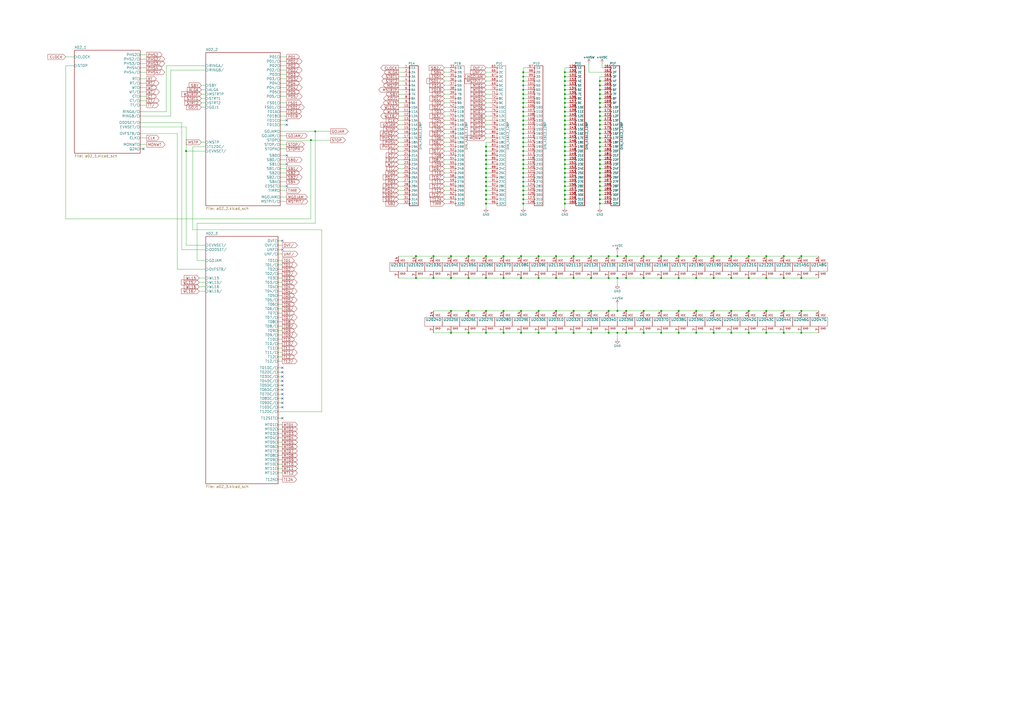
<source format=kicad_sch>
(kicad_sch (version 20211123) (generator eeschema)
  (paper "A2")
  (junction (at 303.53 80.01))
  (junction (at 403.86 161.29))
  (junction (at 424.18 180.34))
  (junction (at 347.98 82.55))
  (junction (at 261.62 193.04))
  (junction (at 312.42 161.29))
  (junction (at 271.78 161.29))
  (junction (at 303.53 115.57))
  (junction (at 347.98 102.87))
  (junction (at 434.34 193.04))
  (junction (at 281.94 180.34))
  (junction (at 303.53 44.45))
  (junction (at 414.02 161.29))
  (junction (at 303.53 105.41))
  (junction (at 363.22 193.04))
  (junction (at 383.54 148.59))
  (junction (at 327.66 87.63))
  (junction (at 303.53 82.55))
  (junction (at 327.66 41.91))
  (junction (at 454.66 193.04))
  (junction (at 281.94 102.87))
  (junction (at 281.94 85.09))
  (junction (at 303.53 100.33))
  (junction (at 347.98 46.99))
  (junction (at 414.02 148.59))
  (junction (at 327.66 49.53))
  (junction (at 347.98 57.15))
  (junction (at 281.94 92.71))
  (junction (at 327.66 54.61))
  (junction (at 383.54 161.29))
  (junction (at 454.66 161.29))
  (junction (at 281.94 100.33))
  (junction (at 347.98 113.03))
  (junction (at 303.53 74.93))
  (junction (at 347.98 69.85))
  (junction (at 303.53 85.09))
  (junction (at 393.7 193.04))
  (junction (at 303.53 62.23))
  (junction (at 327.66 59.69))
  (junction (at 281.94 105.41))
  (junction (at 303.53 87.63))
  (junction (at 327.66 67.31))
  (junction (at 332.74 193.04))
  (junction (at 363.22 148.59))
  (junction (at 414.02 193.04))
  (junction (at 434.34 180.34))
  (junction (at 332.74 180.34))
  (junction (at 303.53 102.87))
  (junction (at 261.62 161.29))
  (junction (at 347.98 92.71))
  (junction (at 454.66 148.59))
  (junction (at 303.53 52.07))
  (junction (at 342.9 180.34))
  (junction (at 327.66 64.77))
  (junction (at 327.66 118.11))
  (junction (at 444.5 180.34))
  (junction (at 107.95 87.63))
  (junction (at 322.58 148.59))
  (junction (at 281.94 107.95))
  (junction (at 281.94 161.29))
  (junction (at 251.46 148.59))
  (junction (at 464.82 193.04))
  (junction (at 303.53 113.03))
  (junction (at 303.53 107.95))
  (junction (at 454.66 180.34))
  (junction (at 241.3 148.59))
  (junction (at 303.53 41.91))
  (junction (at 303.53 77.47))
  (junction (at 303.53 118.11))
  (junction (at 353.06 180.34))
  (junction (at 281.94 87.63))
  (junction (at 303.53 72.39))
  (junction (at 347.98 95.25))
  (junction (at 353.06 193.04))
  (junction (at 303.53 69.85))
  (junction (at 373.38 148.59))
  (junction (at 303.53 110.49))
  (junction (at 347.98 49.53))
  (junction (at 444.5 193.04))
  (junction (at 327.66 74.93))
  (junction (at 434.34 161.29))
  (junction (at 281.94 115.57))
  (junction (at 414.02 180.34))
  (junction (at 303.53 54.61))
  (junction (at 347.98 62.23))
  (junction (at 180.34 81.28))
  (junction (at 303.53 49.53))
  (junction (at 347.98 110.49))
  (junction (at 342.9 161.29))
  (junction (at 347.98 80.01))
  (junction (at 271.78 180.34))
  (junction (at 342.9 148.59))
  (junction (at 373.38 180.34))
  (junction (at 302.26 161.29))
  (junction (at 383.54 193.04))
  (junction (at 464.82 180.34))
  (junction (at 303.53 90.17))
  (junction (at 332.74 161.29))
  (junction (at 281.94 118.11))
  (junction (at 327.66 115.57))
  (junction (at 322.58 180.34))
  (junction (at 327.66 110.49))
  (junction (at 303.53 64.77))
  (junction (at 251.46 161.29))
  (junction (at 292.1 193.04))
  (junction (at 327.66 69.85))
  (junction (at 322.58 193.04))
  (junction (at 424.18 148.59))
  (junction (at 312.42 193.04))
  (junction (at 327.66 105.41))
  (junction (at 327.66 97.79))
  (junction (at 327.66 80.01))
  (junction (at 303.53 57.15))
  (junction (at 342.9 193.04))
  (junction (at 327.66 77.47))
  (junction (at 383.54 180.34))
  (junction (at 303.53 67.31))
  (junction (at 302.26 180.34))
  (junction (at 332.74 148.59))
  (junction (at 358.14 193.04))
  (junction (at 347.98 72.39))
  (junction (at 327.66 46.99))
  (junction (at 464.82 161.29))
  (junction (at 281.94 110.49))
  (junction (at 261.62 148.59))
  (junction (at 271.78 193.04))
  (junction (at 292.1 148.59))
  (junction (at 347.98 85.09))
  (junction (at 358.14 161.29))
  (junction (at 464.82 148.59))
  (junction (at 281.94 113.03))
  (junction (at 327.66 95.25))
  (junction (at 353.06 161.29))
  (junction (at 303.53 92.71))
  (junction (at 292.1 161.29))
  (junction (at 327.66 62.23))
  (junction (at 424.18 193.04))
  (junction (at 312.42 180.34))
  (junction (at 393.7 161.29))
  (junction (at 347.98 59.69))
  (junction (at 327.66 107.95))
  (junction (at 403.86 180.34))
  (junction (at 327.66 100.33))
  (junction (at 281.94 193.04))
  (junction (at 327.66 113.03))
  (junction (at 281.94 148.59))
  (junction (at 292.1 180.34))
  (junction (at 347.98 64.77))
  (junction (at 393.7 180.34))
  (junction (at 347.98 67.31))
  (junction (at 358.14 180.34))
  (junction (at 281.94 97.79))
  (junction (at 281.94 90.17))
  (junction (at 271.78 148.59))
  (junction (at 302.26 193.04))
  (junction (at 303.53 46.99))
  (junction (at 281.94 95.25))
  (junction (at 347.98 97.79))
  (junction (at 347.98 100.33))
  (junction (at 327.66 44.45))
  (junction (at 434.34 148.59))
  (junction (at 327.66 72.39))
  (junction (at 403.86 193.04))
  (junction (at 347.98 115.57))
  (junction (at 327.66 82.55))
  (junction (at 327.66 57.15))
  (junction (at 312.42 148.59))
  (junction (at 347.98 77.47))
  (junction (at 182.88 76.2))
  (junction (at 424.18 161.29))
  (junction (at 327.66 102.87))
  (junction (at 327.66 52.07))
  (junction (at 347.98 74.93))
  (junction (at 261.62 180.34))
  (junction (at 393.7 148.59))
  (junction (at 241.3 161.29))
  (junction (at 347.98 118.11))
  (junction (at 303.53 59.69))
  (junction (at 363.22 180.34))
  (junction (at 444.5 148.59))
  (junction (at 347.98 52.07))
  (junction (at 358.14 148.59))
  (junction (at 347.98 107.95))
  (junction (at 302.26 148.59))
  (junction (at 444.5 161.29))
  (junction (at 373.38 193.04))
  (junction (at 353.06 148.59))
  (junction (at 403.86 148.59))
  (junction (at 327.66 92.71))
  (junction (at 327.66 85.09))
  (junction (at 303.53 95.25))
  (junction (at 347.98 54.61))
  (junction (at 322.58 161.29))
  (junction (at 373.38 161.29))
  (junction (at 347.98 105.41))
  (junction (at 363.22 161.29))
  (junction (at 347.98 87.63))
  (junction (at 347.98 90.17))
  (junction (at 327.66 90.17))
  (junction (at 303.53 97.79))
  (no_connect (at 163.83 228.6))
  (no_connect (at 163.83 220.98))
  (no_connect (at 163.83 139.7))
  (no_connect (at 163.83 223.52))
  (no_connect (at 163.83 242.57))
  (no_connect (at 163.83 215.9))
  (no_connect (at 166.37 69.85))
  (no_connect (at 166.37 107.95))
  (no_connect (at 163.83 213.36))
  (no_connect (at 163.83 231.14))
  (no_connect (at 163.83 144.78))
  (no_connect (at 163.83 233.68))
  (no_connect (at 83.185 86.36))
  (no_connect (at 163.83 236.22))
  (no_connect (at 163.83 218.44))
  (no_connect (at 166.37 90.17))
  (no_connect (at 163.83 226.06))
  (no_connect (at 166.37 95.25))
  (no_connect (at 166.37 72.39))
  (wire (pts (xy 347.98 100.33) (xy 347.98 102.87)))
  (wire (pts (xy 231.14 39.37) (xy 233.68 39.37)))
  (wire (pts (xy 161.29 266.7) (xy 163.83 266.7)))
  (wire (pts (xy 347.98 64.77) (xy 347.98 67.31)))
  (wire (pts (xy 182.88 76.2) (xy 191.77 76.2)))
  (wire (pts (xy 81.28 73.66) (xy 107.95 73.66)))
  (wire (pts (xy 303.53 39.37) (xy 303.53 41.91)))
  (wire (pts (xy 281.94 180.34) (xy 292.1 180.34)))
  (wire (pts (xy 260.35 107.95) (xy 257.81 107.95)))
  (wire (pts (xy 161.29 251.46) (xy 163.83 251.46)))
  (wire (pts (xy 161.29 153.67) (xy 163.83 153.67)))
  (wire (pts (xy 444.5 180.34) (xy 454.66 180.34)))
  (wire (pts (xy 162.56 100.33) (xy 166.37 100.33)))
  (wire (pts (xy 327.66 46.99) (xy 330.2 46.99)))
  (wire (pts (xy 327.66 90.17) (xy 330.2 90.17)))
  (wire (pts (xy 231.14 59.69) (xy 233.68 59.69)))
  (wire (pts (xy 327.66 102.87) (xy 327.66 105.41)))
  (wire (pts (xy 347.98 118.11) (xy 347.98 120.65)))
  (wire (pts (xy 281.94 95.25) (xy 284.48 95.25)))
  (wire (pts (xy 303.53 113.03) (xy 306.07 113.03)))
  (wire (pts (xy 347.98 110.49) (xy 350.52 110.49)))
  (wire (pts (xy 347.98 118.11) (xy 350.52 118.11)))
  (wire (pts (xy 347.98 82.55) (xy 350.52 82.55)))
  (wire (pts (xy 162.56 72.39) (xy 166.37 72.39)))
  (wire (pts (xy 161.29 218.44) (xy 163.83 218.44)))
  (wire (pts (xy 281.94 64.77) (xy 284.48 64.77)))
  (wire (pts (xy 303.53 46.99) (xy 306.07 46.99)))
  (wire (pts (xy 162.56 35.56) (xy 166.37 35.56)))
  (wire (pts (xy 111.76 85.09) (xy 111.76 133.35)))
  (wire (pts (xy 257.81 85.09) (xy 260.35 85.09)))
  (wire (pts (xy 81.28 71.12) (xy 105.41 71.12)))
  (wire (pts (xy 260.35 97.79) (xy 257.81 97.79)))
  (wire (pts (xy 303.53 67.31) (xy 303.53 69.85)))
  (wire (pts (xy 303.53 115.57) (xy 306.07 115.57)))
  (wire (pts (xy 454.66 148.59) (xy 464.82 148.59)))
  (wire (pts (xy 327.66 85.09) (xy 327.66 87.63)))
  (wire (pts (xy 327.66 74.93) (xy 327.66 77.47)))
  (wire (pts (xy 161.29 238.76) (xy 186.69 238.76)))
  (wire (pts (xy 161.29 144.78) (xy 163.83 144.78)))
  (wire (pts (xy 260.35 57.15) (xy 257.81 57.15)))
  (wire (pts (xy 281.94 39.37) (xy 284.48 39.37)))
  (wire (pts (xy 281.94 62.23) (xy 284.48 62.23)))
  (wire (pts (xy 99.06 67.31) (xy 81.28 67.31)))
  (wire (pts (xy 231.14 57.15) (xy 233.68 57.15)))
  (wire (pts (xy 119.38 54.61) (xy 116.84 54.61)))
  (wire (pts (xy 281.94 95.25) (xy 281.94 97.79)))
  (wire (pts (xy 327.66 80.01) (xy 330.2 80.01)))
  (wire (pts (xy 303.53 105.41) (xy 303.53 107.95)))
  (wire (pts (xy 281.94 49.53) (xy 284.48 49.53)))
  (wire (pts (xy 257.81 102.87) (xy 260.35 102.87)))
  (wire (pts (xy 303.53 52.07) (xy 306.07 52.07)))
  (wire (pts (xy 347.98 115.57) (xy 347.98 118.11)))
  (wire (pts (xy 281.94 97.79) (xy 284.48 97.79)))
  (wire (pts (xy 424.18 193.04) (xy 414.02 193.04)))
  (wire (pts (xy 303.53 102.87) (xy 303.53 105.41)))
  (wire (pts (xy 96.52 64.77) (xy 81.28 64.77)))
  (wire (pts (xy 347.98 57.15) (xy 347.98 59.69)))
  (wire (pts (xy 161.29 204.47) (xy 163.83 204.47)))
  (wire (pts (xy 303.53 59.69) (xy 306.07 59.69)))
  (wire (pts (xy 257.81 105.41) (xy 260.35 105.41)))
  (wire (pts (xy 303.53 72.39) (xy 306.07 72.39)))
  (wire (pts (xy 162.56 62.23) (xy 166.37 62.23)))
  (wire (pts (xy 281.94 52.07) (xy 284.48 52.07)))
  (wire (pts (xy 350.52 41.91) (xy 341.63 41.91)))
  (wire (pts (xy 363.22 161.29) (xy 373.38 161.29)))
  (wire (pts (xy 347.98 46.99) (xy 347.98 49.53)))
  (wire (pts (xy 257.81 74.93) (xy 260.35 74.93)))
  (wire (pts (xy 161.29 158.75) (xy 163.83 158.75)))
  (wire (pts (xy 161.29 264.16) (xy 163.83 264.16)))
  (wire (pts (xy 162.56 114.3) (xy 166.37 114.3)))
  (wire (pts (xy 327.66 97.79) (xy 327.66 100.33)))
  (wire (pts (xy 347.98 97.79) (xy 350.52 97.79)))
  (wire (pts (xy 347.98 87.63) (xy 350.52 87.63)))
  (wire (pts (xy 162.56 92.71) (xy 166.37 92.71)))
  (wire (pts (xy 107.95 142.24) (xy 119.38 142.24)))
  (wire (pts (xy 281.94 102.87) (xy 281.94 105.41)))
  (wire (pts (xy 303.53 57.15) (xy 303.53 59.69)))
  (wire (pts (xy 161.29 246.38) (xy 163.83 246.38)))
  (wire (pts (xy 303.53 49.53) (xy 306.07 49.53)))
  (wire (pts (xy 424.18 148.59) (xy 434.34 148.59)))
  (wire (pts (xy 303.53 100.33) (xy 303.53 102.87)))
  (wire (pts (xy 260.35 44.45) (xy 257.81 44.45)))
  (wire (pts (xy 303.53 80.01) (xy 303.53 82.55)))
  (wire (pts (xy 231.14 105.41) (xy 233.68 105.41)))
  (wire (pts (xy 302.26 193.04) (xy 292.1 193.04)))
  (wire (pts (xy 363.22 193.04) (xy 358.14 193.04)))
  (wire (pts (xy 162.56 67.31) (xy 166.37 67.31)))
  (wire (pts (xy 241.3 161.29) (xy 251.46 161.29)))
  (wire (pts (xy 341.63 41.91) (xy 341.63 36.83)))
  (wire (pts (xy 330.2 39.37) (xy 327.66 39.37)))
  (wire (pts (xy 327.66 113.03) (xy 327.66 115.57)))
  (wire (pts (xy 260.35 77.47) (xy 257.81 77.47)))
  (wire (pts (xy 303.53 97.79) (xy 306.07 97.79)))
  (wire (pts (xy 161.29 242.57) (xy 163.83 242.57)))
  (wire (pts (xy 358.14 193.04) (xy 353.06 193.04)))
  (wire (pts (xy 327.66 57.15) (xy 327.66 59.69)))
  (wire (pts (xy 327.66 110.49) (xy 327.66 113.03)))
  (wire (pts (xy 161.29 223.52) (xy 163.83 223.52)))
  (wire (pts (xy 233.68 72.39) (xy 231.14 72.39)))
  (wire (pts (xy 231.14 100.33) (xy 233.68 100.33)))
  (wire (pts (xy 444.5 148.59) (xy 454.66 148.59)))
  (wire (pts (xy 303.53 118.11) (xy 306.07 118.11)))
  (wire (pts (xy 347.98 46.99) (xy 350.52 46.99)))
  (wire (pts (xy 161.29 269.24) (xy 163.83 269.24)))
  (wire (pts (xy 347.98 44.45) (xy 347.98 46.99)))
  (wire (pts (xy 332.74 193.04) (xy 322.58 193.04)))
  (wire (pts (xy 292.1 148.59) (xy 302.26 148.59)))
  (wire (pts (xy 303.53 102.87) (xy 306.07 102.87)))
  (wire (pts (xy 327.66 115.57) (xy 330.2 115.57)))
  (wire (pts (xy 162.56 95.25) (xy 166.37 95.25)))
  (wire (pts (xy 161.29 194.31) (xy 163.83 194.31)))
  (wire (pts (xy 347.98 92.71) (xy 347.98 95.25)))
  (wire (pts (xy 347.98 69.85) (xy 347.98 72.39)))
  (wire (pts (xy 464.82 161.29) (xy 474.98 161.29)))
  (wire (pts (xy 327.66 77.47) (xy 327.66 80.01)))
  (wire (pts (xy 161.29 186.69) (xy 163.83 186.69)))
  (wire (pts (xy 231.14 97.79) (xy 233.68 97.79)))
  (wire (pts (xy 327.66 59.69) (xy 330.2 59.69)))
  (wire (pts (xy 257.81 118.11) (xy 260.35 118.11)))
  (wire (pts (xy 257.81 54.61) (xy 260.35 54.61)))
  (wire (pts (xy 119.38 85.09) (xy 111.76 85.09)))
  (wire (pts (xy 327.66 118.11) (xy 330.2 118.11)))
  (wire (pts (xy 303.53 77.47) (xy 306.07 77.47)))
  (wire (pts (xy 281.94 110.49) (xy 284.48 110.49)))
  (wire (pts (xy 303.53 41.91) (xy 303.53 44.45)))
  (wire (pts (xy 162.56 83.82) (xy 166.37 83.82)))
  (wire (pts (xy 302.26 161.29) (xy 312.42 161.29)))
  (wire (pts (xy 353.06 161.29) (xy 358.14 161.29)))
  (wire (pts (xy 454.66 193.04) (xy 444.5 193.04)))
  (wire (pts (xy 353.06 180.34) (xy 358.14 180.34)))
  (wire (pts (xy 161.29 142.24) (xy 163.83 142.24)))
  (wire (pts (xy 162.56 78.74) (xy 166.37 78.74)))
  (wire (pts (xy 327.66 113.03) (xy 330.2 113.03)))
  (wire (pts (xy 281.94 74.93) (xy 284.48 74.93)))
  (wire (pts (xy 161.29 179.07) (xy 163.83 179.07)))
  (wire (pts (xy 303.53 87.63) (xy 306.07 87.63)))
  (wire (pts (xy 281.94 87.63) (xy 281.94 90.17)))
  (wire (pts (xy 347.98 62.23) (xy 350.52 62.23)))
  (wire (pts (xy 281.94 46.99) (xy 284.48 46.99)))
  (wire (pts (xy 281.94 80.01) (xy 284.48 80.01)))
  (wire (pts (xy 363.22 180.34) (xy 373.38 180.34)))
  (wire (pts (xy 327.66 69.85) (xy 327.66 72.39)))
  (wire (pts (xy 260.35 69.85) (xy 257.81 69.85)))
  (wire (pts (xy 161.29 274.32) (xy 163.83 274.32)))
  (wire (pts (xy 161.29 176.53) (xy 163.83 176.53)))
  (wire (pts (xy 257.81 62.23) (xy 260.35 62.23)))
  (wire (pts (xy 161.29 161.29) (xy 163.83 161.29)))
  (wire (pts (xy 162.56 48.26) (xy 166.37 48.26)))
  (wire (pts (xy 347.98 52.07) (xy 350.52 52.07)))
  (wire (pts (xy 393.7 148.59) (xy 403.86 148.59)))
  (wire (pts (xy 281.94 115.57) (xy 281.94 118.11)))
  (wire (pts (xy 303.53 100.33) (xy 306.07 100.33)))
  (wire (pts (xy 347.98 102.87) (xy 347.98 105.41)))
  (wire (pts (xy 231.14 102.87) (xy 233.68 102.87)))
  (wire (pts (xy 231.14 87.63) (xy 233.68 87.63)))
  (wire (pts (xy 161.29 233.68) (xy 163.83 233.68)))
  (wire (pts (xy 464.82 193.04) (xy 454.66 193.04)))
  (wire (pts (xy 347.98 67.31) (xy 350.52 67.31)))
  (wire (pts (xy 327.66 69.85) (xy 330.2 69.85)))
  (wire (pts (xy 115.57 161.29) (xy 119.38 161.29)))
  (wire (pts (xy 424.18 180.34) (xy 434.34 180.34)))
  (wire (pts (xy 358.14 148.59) (xy 363.22 148.59)))
  (wire (pts (xy 383.54 193.04) (xy 373.38 193.04)))
  (wire (pts (xy 347.98 62.23) (xy 347.98 64.77)))
  (wire (pts (xy 292.1 180.34) (xy 302.26 180.34)))
  (wire (pts (xy 231.14 115.57) (xy 233.68 115.57)))
  (wire (pts (xy 327.66 64.77) (xy 330.2 64.77)))
  (wire (pts (xy 327.66 54.61) (xy 327.66 57.15)))
  (wire (pts (xy 303.53 49.53) (xy 303.53 52.07)))
  (wire (pts (xy 347.98 90.17) (xy 347.98 92.71)))
  (wire (pts (xy 233.68 74.93) (xy 231.14 74.93)))
  (wire (pts (xy 303.53 72.39) (xy 303.53 74.93)))
  (wire (pts (xy 303.53 69.85) (xy 306.07 69.85)))
  (wire (pts (xy 327.66 59.69) (xy 327.66 62.23)))
  (wire (pts (xy 81.28 45.72) (xy 85.09 45.72)))
  (wire (pts (xy 403.86 180.34) (xy 414.02 180.34)))
  (wire (pts (xy 403.86 161.29) (xy 414.02 161.29)))
  (wire (pts (xy 383.54 148.59) (xy 393.7 148.59)))
  (wire (pts (xy 303.53 90.17) (xy 303.53 92.71)))
  (wire (pts (xy 281.94 100.33) (xy 284.48 100.33)))
  (wire (pts (xy 303.53 57.15) (xy 306.07 57.15)))
  (wire (pts (xy 281.94 85.09) (xy 281.94 87.63)))
  (wire (pts (xy 373.38 180.34) (xy 383.54 180.34)))
  (wire (pts (xy 119.38 49.53) (xy 116.84 49.53)))
  (wire (pts (xy 116.84 52.07) (xy 119.38 52.07)))
  (wire (pts (xy 303.53 59.69) (xy 303.53 62.23)))
  (wire (pts (xy 327.66 85.09) (xy 330.2 85.09)))
  (wire (pts (xy 454.66 161.29) (xy 464.82 161.29)))
  (wire (pts (xy 303.53 85.09) (xy 303.53 87.63)))
  (wire (pts (xy 327.66 49.53) (xy 327.66 52.07)))
  (wire (pts (xy 182.88 76.2) (xy 182.88 129.54)))
  (wire (pts (xy 303.53 107.95) (xy 306.07 107.95)))
  (wire (pts (xy 107.95 87.63) (xy 119.38 87.63)))
  (wire (pts (xy 303.53 113.03) (xy 303.53 115.57)))
  (wire (pts (xy 102.87 156.21) (xy 119.38 156.21)))
  (wire (pts (xy 162.56 107.95) (xy 166.37 107.95)))
  (wire (pts (xy 257.81 92.71) (xy 260.35 92.71)))
  (wire (pts (xy 444.5 193.04) (xy 434.34 193.04)))
  (wire (pts (xy 162.56 81.28) (xy 180.34 81.28)))
  (wire (pts (xy 358.14 180.34) (xy 363.22 180.34)))
  (wire (pts (xy 180.34 127) (xy 38.1 127)))
  (wire (pts (xy 322.58 148.59) (xy 332.74 148.59)))
  (wire (pts (xy 347.98 97.79) (xy 347.98 100.33)))
  (wire (pts (xy 303.53 92.71) (xy 306.07 92.71)))
  (wire (pts (xy 233.68 80.01) (xy 231.14 80.01)))
  (wire (pts (xy 38.1 38.1) (xy 43.18 38.1)))
  (wire (pts (xy 327.66 62.23) (xy 330.2 62.23)))
  (wire (pts (xy 233.68 54.61) (xy 231.14 54.61)))
  (wire (pts (xy 271.78 180.34) (xy 281.94 180.34)))
  (wire (pts (xy 327.66 95.25) (xy 330.2 95.25)))
  (wire (pts (xy 260.35 52.07) (xy 257.81 52.07)))
  (wire (pts (xy 281.94 107.95) (xy 281.94 110.49)))
  (wire (pts (xy 231.14 161.29) (xy 241.3 161.29)))
  (wire (pts (xy 327.66 46.99) (xy 327.66 49.53)))
  (wire (pts (xy 303.53 115.57) (xy 303.53 118.11)))
  (wire (pts (xy 161.29 168.91) (xy 163.83 168.91)))
  (wire (pts (xy 327.66 72.39) (xy 330.2 72.39)))
  (wire (pts (xy 231.14 118.11) (xy 233.68 118.11)))
  (wire (pts (xy 162.56 102.87) (xy 166.37 102.87)))
  (wire (pts (xy 231.14 110.49) (xy 233.68 110.49)))
  (wire (pts (xy 231.14 95.25) (xy 233.68 95.25)))
  (wire (pts (xy 81.28 77.47) (xy 102.87 77.47)))
  (wire (pts (xy 261.62 161.29) (xy 271.78 161.29)))
  (wire (pts (xy 231.14 107.95) (xy 233.68 107.95)))
  (wire (pts (xy 83.185 86.36) (xy 81.28 86.36)))
  (wire (pts (xy 327.66 54.61) (xy 330.2 54.61)))
  (wire (pts (xy 342.9 193.04) (xy 332.74 193.04)))
  (wire (pts (xy 162.56 90.17) (xy 166.37 90.17)))
  (wire (pts (xy 327.66 80.01) (xy 327.66 82.55)))
  (wire (pts (xy 281.94 118.11) (xy 284.48 118.11)))
  (wire (pts (xy 161.29 181.61) (xy 163.83 181.61)))
  (wire (pts (xy 332.74 148.59) (xy 342.9 148.59)))
  (wire (pts (xy 161.29 196.85) (xy 163.83 196.85)))
  (wire (pts (xy 303.53 69.85) (xy 303.53 72.39)))
  (wire (pts (xy 161.29 248.92) (xy 163.83 248.92)))
  (wire (pts (xy 38.1 33.02) (xy 43.18 33.02)))
  (wire (pts (xy 281.94 69.85) (xy 284.48 69.85)))
  (wire (pts (xy 383.54 161.29) (xy 393.7 161.29)))
  (wire (pts (xy 161.29 139.7) (xy 163.83 139.7)))
  (wire (pts (xy 271.78 148.59) (xy 281.94 148.59)))
  (wire (pts (xy 464.82 148.59) (xy 474.98 148.59)))
  (wire (pts (xy 327.66 67.31) (xy 330.2 67.31)))
  (wire (pts (xy 347.98 100.33) (xy 350.52 100.33)))
  (wire (pts (xy 327.66 82.55) (xy 330.2 82.55)))
  (wire (pts (xy 306.07 41.91) (xy 303.53 41.91)))
  (wire (pts (xy 162.56 86.36) (xy 166.37 86.36)))
  (wire (pts (xy 347.98 113.03) (xy 347.98 115.57)))
  (wire (pts (xy 161.29 213.36) (xy 163.83 213.36)))
  (wire (pts (xy 373.38 148.59) (xy 383.54 148.59)))
  (wire (pts (xy 434.34 161.29) (xy 444.5 161.29)))
  (wire (pts (xy 231.14 77.47) (xy 233.68 77.47)))
  (wire (pts (xy 161.29 171.45) (xy 163.83 171.45)))
  (wire (pts (xy 347.98 82.55) (xy 347.98 85.09)))
  (wire (pts (xy 327.66 95.25) (xy 327.66 97.79)))
  (wire (pts (xy 303.53 74.93) (xy 303.53 77.47)))
  (wire (pts (xy 281.94 67.31) (xy 284.48 67.31)))
  (wire (pts (xy 116.84 57.15) (xy 119.38 57.15)))
  (wire (pts (xy 271.78 193.04) (xy 261.62 193.04)))
  (wire (pts (xy 233.68 64.77) (xy 231.14 64.77)))
  (wire (pts (xy 358.14 180.34) (xy 358.14 176.53)))
  (wire (pts (xy 303.53 97.79) (xy 303.53 100.33)))
  (wire (pts (xy 233.68 67.31) (xy 231.14 67.31)))
  (wire (pts (xy 161.29 228.6) (xy 163.83 228.6)))
  (wire (pts (xy 81.28 83.82) (xy 85.09 83.82)))
  (wire (pts (xy 85.09 55.88) (xy 81.28 55.88)))
  (wire (pts (xy 85.09 60.96) (xy 81.28 60.96)))
  (wire (pts (xy 231.14 46.99) (xy 233.68 46.99)))
  (wire (pts (xy 303.53 54.61) (xy 303.53 57.15)))
  (wire (pts (xy 347.98 59.69) (xy 347.98 62.23)))
  (wire (pts (xy 85.09 36.83) (xy 81.28 36.83)))
  (wire (pts (xy 231.14 92.71) (xy 233.68 92.71)))
  (wire (pts (xy 114.3 151.13) (xy 119.38 151.13)))
  (wire (pts (xy 281.94 102.87) (xy 284.48 102.87)))
  (wire (pts (xy 347.98 52.07) (xy 347.98 54.61)))
  (wire (pts (xy 162.56 40.64) (xy 166.37 40.64)))
  (wire (pts (xy 241.3 148.59) (xy 251.46 148.59)))
  (wire (pts (xy 327.66 102.87) (xy 330.2 102.87)))
  (wire (pts (xy 162.56 53.34) (xy 166.37 53.34)))
  (wire (pts (xy 414.02 161.29) (xy 424.18 161.29)))
  (wire (pts (xy 474.98 193.04) (xy 464.82 193.04)))
  (wire (pts (xy 162.56 69.85) (xy 166.37 69.85)))
  (wire (pts (xy 393.7 180.34) (xy 403.86 180.34)))
  (wire (pts (xy 347.98 85.09) (xy 350.52 85.09)))
  (wire (pts (xy 161.29 220.98) (xy 163.83 220.98)))
  (wire (pts (xy 312.42 161.29) (xy 322.58 161.29)))
  (wire (pts (xy 162.56 116.84) (xy 166.37 116.84)))
  (wire (pts (xy 231.14 148.59) (xy 241.3 148.59)))
  (wire (pts (xy 292.1 161.29) (xy 302.26 161.29)))
  (wire (pts (xy 257.81 110.49) (xy 260.35 110.49)))
  (wire (pts (xy 105.41 144.78) (xy 119.38 144.78)))
  (wire (pts (xy 115.57 163.83) (xy 119.38 163.83)))
  (wire (pts (xy 281.94 113.03) (xy 284.48 113.03)))
  (wire (pts (xy 347.98 49.53) (xy 347.98 52.07)))
  (wire (pts (xy 116.84 62.23) (xy 119.38 62.23)))
  (wire (pts (xy 303.53 46.99) (xy 303.53 49.53)))
  (wire (pts (xy 231.14 113.03) (xy 233.68 113.03)))
  (wire (pts (xy 464.82 180.34) (xy 474.98 180.34)))
  (wire (pts (xy 281.94 44.45) (xy 284.48 44.45)))
  (wire (pts (xy 281.94 97.79) (xy 281.94 100.33)))
  (wire (pts (xy 116.84 59.69) (xy 119.38 59.69)))
  (wire (pts (xy 162.56 59.69) (xy 166.37 59.69)))
  (wire (pts (xy 105.41 71.12) (xy 105.41 144.78)))
  (wire (pts (xy 231.14 62.23) (xy 233.68 62.23)))
  (wire (pts (xy 444.5 161.29) (xy 454.66 161.29)))
  (wire (pts (xy 327.66 52.07) (xy 327.66 54.61)))
  (wire (pts (xy 81.28 39.37) (xy 85.09 39.37)))
  (wire (pts (xy 257.81 72.39) (xy 260.35 72.39)))
  (wire (pts (xy 403.86 193.04) (xy 393.7 193.04)))
  (wire (pts (xy 281.94 193.04) (xy 271.78 193.04)))
  (wire (pts (xy 347.98 80.01) (xy 347.98 82.55)))
  (wire (pts (xy 302.26 180.34) (xy 312.42 180.34)))
  (wire (pts (xy 434.34 180.34) (xy 444.5 180.34)))
  (wire (pts (xy 161.29 201.93) (xy 163.83 201.93)))
  (wire (pts (xy 281.94 92.71) (xy 284.48 92.71)))
  (wire (pts (xy 327.66 64.77) (xy 327.66 67.31)))
  (wire (pts (xy 322.58 161.29) (xy 332.74 161.29)))
  (wire (pts (xy 161.29 256.54) (xy 163.83 256.54)))
  (wire (pts (xy 347.98 107.95) (xy 347.98 110.49)))
  (wire (pts (xy 347.98 74.93) (xy 347.98 77.47)))
  (wire (pts (xy 281.94 115.57) (xy 284.48 115.57)))
  (wire (pts (xy 342.9 148.59) (xy 353.06 148.59)))
  (wire (pts (xy 161.29 209.55) (xy 163.83 209.55)))
  (wire (pts (xy 303.53 62.23) (xy 306.07 62.23)))
  (wire (pts (xy 303.53 64.77) (xy 303.53 67.31)))
  (wire (pts (xy 347.98 92.71) (xy 350.52 92.71)))
  (wire (pts (xy 303.53 64.77) (xy 306.07 64.77)))
  (wire (pts (xy 281.94 105.41) (xy 284.48 105.41)))
  (wire (pts (xy 303.53 107.95) (xy 303.53 110.49)))
  (wire (pts (xy 161.29 151.13) (xy 163.83 151.13)))
  (wire (pts (xy 99.06 40.64) (xy 99.06 67.31)))
  (wire (pts (xy 302.26 148.59) (xy 312.42 148.59)))
  (wire (pts (xy 281.94 113.03) (xy 281.94 115.57)))
  (wire (pts (xy 116.84 82.55) (xy 119.38 82.55)))
  (wire (pts (xy 107.95 73.66) (xy 107.95 87.63)))
  (wire (pts (xy 260.35 87.63) (xy 257.81 87.63)))
  (wire (pts (xy 102.87 77.47) (xy 102.87 156.21)))
  (wire (pts (xy 161.29 254) (xy 163.83 254)))
  (wire (pts (xy 306.07 39.37) (xy 303.53 39.37)))
  (wire (pts (xy 434.34 193.04) (xy 424.18 193.04)))
  (wire (pts (xy 81.28 80.01) (xy 85.09 80.01)))
  (wire (pts (xy 347.98 64.77) (xy 350.52 64.77)))
  (wire (pts (xy 327.66 77.47) (xy 330.2 77.47)))
  (wire (pts (xy 161.29 199.39) (xy 163.83 199.39)))
  (wire (pts (xy 347.98 49.53) (xy 350.52 49.53)))
  (wire (pts (xy 454.66 180.34) (xy 464.82 180.34)))
  (wire (pts (xy 347.98 115.57) (xy 350.52 115.57)))
  (wire (pts (xy 358.14 165.1) (xy 358.14 161.29)))
  (wire (pts (xy 327.66 92.71) (xy 327.66 95.25)))
  (wire (pts (xy 327.66 44.45) (xy 327.66 46.99)))
  (wire (pts (xy 327.66 49.53) (xy 330.2 49.53)))
  (wire (pts (xy 161.29 173.99) (xy 163.83 173.99)))
  (wire (pts (xy 327.66 87.63) (xy 327.66 90.17)))
  (wire (pts (xy 327.66 44.45) (xy 330.2 44.45)))
  (wire (pts (xy 166.37 55.88) (xy 162.56 55.88)))
  (wire (pts (xy 414.02 193.04) (xy 403.86 193.04)))
  (wire (pts (xy 327.66 110.49) (xy 330.2 110.49)))
  (wire (pts (xy 303.53 90.17) (xy 306.07 90.17)))
  (wire (pts (xy 261.62 180.34) (xy 271.78 180.34)))
  (wire (pts (xy 312.42 180.34) (xy 322.58 180.34)))
  (wire (pts (xy 347.98 72.39) (xy 350.52 72.39)))
  (wire (pts (xy 107.95 87.63) (xy 107.95 142.24)))
  (wire (pts (xy 38.1 127) (xy 38.1 38.1)))
  (wire (pts (xy 119.38 38.1) (xy 96.52 38.1)))
  (wire (pts (xy 161.29 207.01) (xy 163.83 207.01)))
  (wire (pts (xy 330.2 41.91) (xy 327.66 41.91)))
  (wire (pts (xy 312.42 148.59) (xy 322.58 148.59)))
  (wire (pts (xy 161.29 215.9) (xy 163.83 215.9)))
  (wire (pts (xy 327.66 105.41) (xy 327.66 107.95)))
  (wire (pts (xy 231.14 85.09) (xy 233.68 85.09)))
  (wire (pts (xy 281.94 59.69) (xy 284.48 59.69)))
  (wire (pts (xy 303.53 92.71) (xy 303.53 95.25)))
  (wire (pts (xy 261.62 193.04) (xy 251.46 193.04)))
  (wire (pts (xy 115.57 166.37) (xy 119.38 166.37)))
  (wire (pts (xy 347.98 80.01) (xy 350.52 80.01)))
  (wire (pts (xy 115.57 168.91) (xy 119.38 168.91)))
  (wire (pts (xy 303.53 74.93) (xy 306.07 74.93)))
  (wire (pts (xy 358.14 148.59) (xy 358.14 146.05)))
  (wire (pts (xy 327.66 52.07) (xy 330.2 52.07)))
  (wire (pts (xy 303.53 62.23) (xy 303.53 64.77)))
  (wire (pts (xy 257.81 41.91) (xy 260.35 41.91)))
  (wire (pts (xy 347.98 113.03) (xy 350.52 113.03)))
  (wire (pts (xy 327.66 105.41) (xy 330.2 105.41)))
  (wire (pts (xy 161.29 226.06) (xy 163.83 226.06)))
  (wire (pts (xy 114.3 129.54) (xy 114.3 151.13)))
  (wire (pts (xy 342.9 180.34) (xy 353.06 180.34)))
  (wire (pts (xy 260.35 90.17) (xy 257.81 90.17)))
  (wire (pts (xy 327.66 100.33) (xy 327.66 102.87)))
  (wire (pts (xy 322.58 193.04) (xy 312.42 193.04)))
  (wire (pts (xy 292.1 193.04) (xy 281.94 193.04)))
  (wire (pts (xy 281.94 77.47) (xy 284.48 77.47)))
  (wire (pts (xy 281.94 82.55) (xy 281.94 85.09)))
  (wire (pts (xy 332.74 180.34) (xy 342.9 180.34)))
  (wire (pts (xy 373.38 161.29) (xy 383.54 161.29)))
  (wire (pts (xy 327.66 67.31) (xy 327.66 69.85)))
  (wire (pts (xy 257.81 39.37) (xy 260.35 39.37)))
  (wire (pts (xy 261.62 148.59) (xy 271.78 148.59)))
  (wire (pts (xy 303.53 77.47) (xy 303.53 80.01)))
  (wire (pts (xy 349.25 39.37) (xy 350.52 39.37)))
  (wire (pts (xy 303.53 110.49) (xy 303.53 113.03)))
  (wire (pts (xy 162.56 76.2) (xy 182.88 76.2)))
  (wire (pts (xy 347.98 105.41) (xy 350.52 105.41)))
  (wire (pts (xy 312.42 193.04) (xy 302.26 193.04)))
  (wire (pts (xy 347.98 67.31) (xy 347.98 69.85)))
  (wire (pts (xy 403.86 148.59) (xy 414.02 148.59)))
  (wire (pts (xy 161.29 156.21) (xy 163.83 156.21)))
  (wire (pts (xy 162.56 97.79) (xy 166.37 97.79)))
  (wire (pts (xy 257.81 95.25) (xy 260.35 95.25)))
  (wire (pts (xy 161.29 271.78) (xy 163.83 271.78)))
  (wire (pts (xy 162.56 105.41) (xy 166.37 105.41)))
  (wire (pts (xy 327.66 97.79) (xy 330.2 97.79)))
  (wire (pts (xy 414.02 180.34) (xy 424.18 180.34)))
  (wire (pts (xy 303.53 95.25) (xy 306.07 95.25)))
  (wire (pts (xy 281.94 107.95) (xy 284.48 107.95)))
  (wire (pts (xy 383.54 180.34) (xy 393.7 180.34)))
  (wire (pts (xy 347.98 95.25) (xy 347.98 97.79)))
  (wire (pts (xy 347.98 107.95) (xy 350.52 107.95)))
  (wire (pts (xy 347.98 59.69) (xy 350.52 59.69)))
  (wire (pts (xy 281.94 92.71) (xy 281.94 95.25)))
  (wire (pts (xy 303.53 110.49) (xy 306.07 110.49)))
  (wire (pts (xy 281.94 85.09) (xy 284.48 85.09)))
  (wire (pts (xy 257.81 82.55) (xy 260.35 82.55)))
  (wire (pts (xy 96.52 38.1) (xy 96.52 64.77)))
  (wire (pts (xy 303.53 85.09) (xy 306.07 85.09)))
  (wire (pts (xy 327.66 107.95) (xy 327.66 110.49)))
  (wire (pts (xy 161.29 166.37) (xy 163.83 166.37)))
  (wire (pts (xy 182.88 129.54) (xy 114.3 129.54)))
  (wire (pts (xy 281.94 100.33) (xy 281.94 102.87)))
  (wire (pts (xy 162.56 110.49) (xy 166.37 110.49)))
  (wire (pts (xy 281.94 57.15) (xy 284.48 57.15)))
  (wire (pts (xy 161.29 184.15) (xy 163.83 184.15)))
  (wire (pts (xy 303.53 105.41) (xy 306.07 105.41)))
  (wire (pts (xy 161.29 191.77) (xy 163.83 191.77)))
  (wire (pts (xy 231.14 44.45) (xy 233.68 44.45)))
  (wire (pts (xy 162.56 50.8) (xy 166.37 50.8)))
  (wire (pts (xy 358.14 196.85) (xy 358.14 193.04)))
  (wire (pts (xy 347.98 102.87) (xy 350.52 102.87)))
  (wire (pts (xy 81.28 34.29) (xy 85.09 34.29)))
  (wire (pts (xy 393.7 193.04) (xy 383.54 193.04)))
  (wire (pts (xy 281.94 148.59) (xy 292.1 148.59)))
  (wire (pts (xy 303.53 82.55) (xy 306.07 82.55)))
  (wire (pts (xy 161.29 163.83) (xy 163.83 163.83)))
  (wire (pts (xy 260.35 80.01) (xy 257.81 80.01)))
  (wire (pts (xy 347.98 72.39) (xy 347.98 74.93)))
  (wire (pts (xy 349.25 36.83) (xy 349.25 39.37)))
  (wire (pts (xy 81.28 53.34) (xy 85.09 53.34)))
  (wire (pts (xy 281.94 72.39) (xy 284.48 72.39)))
  (wire (pts (xy 434.34 148.59) (xy 444.5 148.59)))
  (wire (pts (xy 358.14 161.29) (xy 363.22 161.29)))
  (wire (pts (xy 281.94 90.17) (xy 284.48 90.17)))
  (wire (pts (xy 284.48 82.55) (xy 281.94 82.55)))
  (wire (pts (xy 303.53 44.45) (xy 303.53 46.99)))
  (wire (pts (xy 303.53 82.55) (xy 303.53 85.09)))
  (wire (pts (xy 162.56 64.77) (xy 166.37 64.77)))
  (wire (pts (xy 281.94 105.41) (xy 281.94 107.95)))
  (wire (pts (xy 327.66 72.39) (xy 327.66 74.93)))
  (wire (pts (xy 303.53 118.11) (xy 303.53 120.65)))
  (wire (pts (xy 327.66 100.33) (xy 330.2 100.33)))
  (wire (pts (xy 303.53 67.31) (xy 306.07 67.31)))
  (wire (pts (xy 260.35 67.31) (xy 257.81 67.31)))
  (wire (pts (xy 251.46 148.59) (xy 261.62 148.59)))
  (wire (pts (xy 119.38 40.64) (xy 99.06 40.64)))
  (wire (pts (xy 257.81 113.03) (xy 260.35 113.03)))
  (wire (pts (xy 303.53 80.01) (xy 306.07 80.01)))
  (wire (pts (xy 231.14 82.55) (xy 233.68 82.55)))
  (wire (pts (xy 260.35 115.57) (xy 257.81 115.57)))
  (wire (pts (xy 327.66 82.55) (xy 327.66 85.09)))
  (wire (pts (xy 353.06 193.04) (xy 342.9 193.04)))
  (wire (pts (xy 161.29 231.14) (xy 163.83 231.14)))
  (wire (pts (xy 347.98 77.47) (xy 350.52 77.47)))
  (wire (pts (xy 347.98 85.09) (xy 347.98 87.63)))
  (wire (pts (xy 251.46 180.34) (xy 261.62 180.34)))
  (wire (pts (xy 231.14 90.17) (xy 233.68 90.17)))
  (wire (pts (xy 347.98 90.17) (xy 350.52 90.17)))
  (wire (pts (xy 347.98 69.85) (xy 350.52 69.85)))
  (wire (pts (xy 281.94 90.17) (xy 281.94 92.71)))
  (wire (pts (xy 303.53 95.25) (xy 303.53 97.79)))
  (wire (pts (xy 260.35 59.69) (xy 257.81 59.69)))
  (wire (pts (xy 85.09 41.91) (xy 81.28 41.91)))
  (wire (pts (xy 85.09 50.8) (xy 81.28 50.8)))
  (wire (pts (xy 162.56 33.02) (xy 166.37 33.02)))
  (wire (pts (xy 161.29 259.08) (xy 163.83 259.08)))
  (wire (pts (xy 327.66 118.11) (xy 327.66 120.65)))
  (wire (pts (xy 81.28 31.75) (xy 85.09 31.75)))
  (wire (pts (xy 281.94 110.49) (xy 281.94 113.03)))
  (wire (pts (xy 303.53 54.61) (xy 306.07 54.61)))
  (wire (pts (xy 231.14 49.53) (xy 233.68 49.53)))
  (wire (pts (xy 161.29 278.13) (xy 163.83 278.13)))
  (wire (pts (xy 111.76 133.35) (xy 186.69 133.35)))
  (wire (pts (xy 281.94 41.91) (xy 284.48 41.91)))
  (wire (pts (xy 162.56 45.72) (xy 166.37 45.72)))
  (wire (pts (xy 161.29 261.62) (xy 163.83 261.62)))
  (wire (pts (xy 342.9 161.29) (xy 353.06 161.29)))
  (wire (pts (xy 347.98 54.61) (xy 347.98 57.15)))
  (wire (pts (xy 161.29 147.32) (xy 163.83 147.32)))
  (wire (pts (xy 424.18 161.29) (xy 434.34 161.29)))
  (wire (pts (xy 281.94 118.11) (xy 281.94 120.65)))
  (wire (pts (xy 347.98 105.41) (xy 347.98 107.95)))
  (wire (pts (xy 327.66 87.63) (xy 330.2 87.63)))
  (wire (pts (xy 347.98 54.61) (xy 350.52 54.61)))
  (wire (pts (xy 327.66 115.57) (xy 327.66 118.11)))
  (wire (pts (xy 327.66 74.93) (xy 330.2 74.93)))
  (wire (pts (xy 271.78 161.29) (xy 281.94 161.29)))
  (wire (pts (xy 347.98 95.25) (xy 350.52 95.25)))
  (wire (pts (xy 281.94 87.63) (xy 284.48 87.63)))
  (wire (pts (xy 180.34 81.28) (xy 191.77 81.28)))
  (wire (pts (xy 162.56 43.18) (xy 166.37 43.18)))
  (wire (pts (xy 260.35 49.53) (xy 257.81 49.53)))
  (wire (pts (xy 260.35 46.99) (xy 257.81 46.99)))
  (wire (pts (xy 353.06 148.59) (xy 358.14 148.59)))
  (wire (pts (xy 393.7 161.29) (xy 403.86 161.29)))
  (wire (pts (xy 162.56 38.1) (xy 166.37 38.1)))
  (wire (pts (xy 350.52 44.45) (xy 347.98 44.45)))
  (wire (pts (xy 81.28 58.42) (xy 85.09 58.42)))
  (wire (pts (xy 347.98 74.93) (xy 350.52 74.93)))
  (wire (pts (xy 161.29 189.23) (xy 163.83 189.23)))
  (wire (pts (xy 347.98 87.63) (xy 347.98 90.17)))
  (wire (pts (xy 260.35 100.33) (xy 257.81 100.33)))
  (wire (pts (xy 332.74 161.29) (xy 342.9 161.29)))
  (wire (pts (xy 81.28 48.26) (xy 85.09 48.26)))
  (wire (pts (xy 231.14 41.91) (xy 233.68 41.91)))
  (wire (pts (xy 281.94 54.61) (xy 284.48 54.61)))
  (wire (pts (xy 347.98 57.15) (xy 350.52 57.15)))
  (wire (pts (xy 303.53 87.63) (xy 303.53 90.17)))
  (wire (pts (xy 327.66 57.15) (xy 330.2 57.15)))
  (wire (pts (xy 327.66 92.71) (xy 330.2 92.71)))
  (wire (pts (xy 186.69 133.35) (xy 186.69 238.76)))
  (wire (pts (xy 233.68 52.07) (xy 231.14 52.07)))
  (wire (pts (xy 281.94 161.29) (xy 292.1 161.29)))
  (wire (pts (xy 363.22 148.59) (xy 373.38 148.59)))
  (wire (pts (xy 327.66 90.17) (xy 327.66 92.71)))
  (wire (pts (xy 303.53 44.45) (xy 306.07 44.45)))
  (wire (pts (xy 373.38 193.04) (xy 363.22 193.04)))
  (wire (pts (xy 414.02 148.59) (xy 424.18 148.59)))
  (wire (pts (xy 327.66 39.37) (xy 327.66 41.91)))
  (wire (pts (xy 180.34 81.28) (xy 180.34 127)))
  (wire (pts (xy 347.98 77.47) (xy 347.98 80.01)))
  (wire (pts (xy 257.81 64.77) (xy 260.35 64.77)))
  (wire (pts (xy 327.66 107.95) (xy 330.2 107.95)))
  (wire (pts (xy 347.98 110.49) (xy 347.98 113.03)))
  (wire (pts (xy 233.68 69.85) (xy 231.14 69.85)))
  (wire (pts (xy 161.29 236.22) (xy 163.83 236.22)))
  (wire (pts (xy 327.66 41.91) (xy 327.66 44.45)))
  (wire (pts (xy 303.53 52.07) (xy 303.53 54.61)))
  (wire (pts (xy 327.66 62.23) (xy 327.66 64.77)))
  (wire (pts (xy 322.58 180.34) (xy 332.74 180.34)))
  (wire (pts (xy 251.46 161.29) (xy 261.62 161.29)))
  (global_label "P02/" (shape output) (at 166.37 40.64 0) (effects (font (size 1.524 1.524))) (property "Intersheet References" "${INTERSHEET_REFS}" (effects hide)))
  (global_label "T07/" (shape output) (at 163.83 184.15 0) (effects (font (size 1.524 1.524))) (property "Intersheet References" "${INTERSHEET_REFS}" (effects hide)))
  (global_label "T12" (shape output) (at 163.83 207.01 0) (effects (font (size 1.524 1.524))) (property "Intersheet References" "${INTERSHEET_REFS}" (effects hide)))
  (global_label "STRT1" (shape input) (at 116.84 57.15 180) (effects (font (size 1.524 1.524))) (property "Intersheet References" "${INTERSHEET_REFS}" (effects hide)))
  (global_label "T09/" (shape output) (at 163.83 194.31 0) (effects (font (size 1.524 1.524))) (property "Intersheet References" "${INTERSHEET_REFS}" (effects hide)))
  (global_label "T11/" (shape input) (at 257.81 107.95 180) (effects (font (size 1.524 1.524))) (property "Intersheet References" "${INTERSHEET_REFS}" (effects hide)))
  (global_label "CLOCK" (shape output) (at 231.14 39.37 180) (effects (font (size 1.524 1.524))) (property "Intersheet References" "${INTERSHEET_REFS}" (effects hide)))
  (global_label "WL15/" (shape input) (at 115.57 163.83 180) (effects (font (size 1.524 1.524))) (property "Intersheet References" "${INTERSHEET_REFS}" (effects hide)))
  (global_label "WL15/" (shape output) (at 231.14 62.23 180) (effects (font (size 1.524 1.524))) (property "Intersheet References" "${INTERSHEET_REFS}" (effects hide)))
  (global_label "MT03" (shape input) (at 281.94 54.61 180) (effects (font (size 1.524 1.524))) (property "Intersheet References" "${INTERSHEET_REFS}" (effects hide)))
  (global_label "P03/" (shape input) (at 231.14 107.95 180) (effects (font (size 1.524 1.524))) (property "Intersheet References" "${INTERSHEET_REFS}" (effects hide)))
  (global_label "PHS3/" (shape output) (at 85.09 36.83 0) (effects (font (size 1.524 1.524))) (property "Intersheet References" "${INTERSHEET_REFS}" (effects hide)))
  (global_label "STRT1" (shape output) (at 231.14 44.45 180) (effects (font (size 1.524 1.524))) (property "Intersheet References" "${INTERSHEET_REFS}" (effects hide)))
  (global_label "T07" (shape output) (at 163.83 181.61 0) (effects (font (size 1.524 1.524))) (property "Intersheet References" "${INTERSHEET_REFS}" (effects hide)))
  (global_label "MT05" (shape output) (at 163.83 256.54 0) (effects (font (size 1.524 1.524))) (property "Intersheet References" "${INTERSHEET_REFS}" (effects hide)))
  (global_label "MSTRTP" (shape input) (at 116.84 54.61 180) (effects (font (size 1.524 1.524))) (property "Intersheet References" "${INTERSHEET_REFS}" (effects hide)))
  (global_label "SB2/" (shape input) (at 257.81 39.37 180) (effects (font (size 1.524 1.524))) (property "Intersheet References" "${INTERSHEET_REFS}" (effects hide)))
  (global_label "ALGA" (shape output) (at 231.14 41.91 180) (effects (font (size 1.524 1.524))) (property "Intersheet References" "${INTERSHEET_REFS}" (effects hide)))
  (global_label "OVF/" (shape output) (at 163.83 142.24 0) (effects (font (size 1.524 1.524))) (property "Intersheet References" "${INTERSHEET_REFS}" (effects hide)))
  (global_label "P03" (shape output) (at 166.37 43.18 0) (effects (font (size 1.524 1.524))) (property "Intersheet References" "${INTERSHEET_REFS}" (effects hide)))
  (global_label "T08/" (shape output) (at 163.83 189.23 0) (effects (font (size 1.524 1.524))) (property "Intersheet References" "${INTERSHEET_REFS}" (effects hide)))
  (global_label "T11" (shape input) (at 257.81 105.41 180) (effects (font (size 1.524 1.524))) (property "Intersheet References" "${INTERSHEET_REFS}" (effects hide)))
  (global_label "MT01" (shape input) (at 281.94 49.53 180) (effects (font (size 1.524 1.524))) (property "Intersheet References" "${INTERSHEET_REFS}" (effects hide)))
  (global_label "T08" (shape input) (at 257.81 90.17 180) (effects (font (size 1.524 1.524))) (property "Intersheet References" "${INTERSHEET_REFS}" (effects hide)))
  (global_label "TT/" (shape output) (at 85.09 60.96 0) (effects (font (size 1.524 1.524))) (property "Intersheet References" "${INTERSHEET_REFS}" (effects hide)))
  (global_label "STRT2" (shape output) (at 231.14 46.99 180) (effects (font (size 1.524 1.524))) (property "Intersheet References" "${INTERSHEET_REFS}" (effects hide)))
  (global_label "P02" (shape input) (at 231.14 100.33 180) (effects (font (size 1.524 1.524))) (property "Intersheet References" "${INTERSHEET_REFS}" (effects hide)))
  (global_label "TIMR" (shape input) (at 257.81 118.11 180) (effects (font (size 1.524 1.524))) (property "Intersheet References" "${INTERSHEET_REFS}" (effects hide)))
  (global_label "T11/" (shape output) (at 163.83 204.47 0) (effects (font (size 1.524 1.524))) (property "Intersheet References" "${INTERSHEET_REFS}" (effects hide)))
  (global_label "WL16/" (shape input) (at 115.57 168.91 180) (effects (font (size 1.524 1.524))) (property "Intersheet References" "${INTERSHEET_REFS}" (effects hide)))
  (global_label "F01B" (shape output) (at 166.37 67.31 0) (effects (font (size 1.524 1.524))) (property "Intersheet References" "${INTERSHEET_REFS}" (effects hide)))
  (global_label "T03" (shape input) (at 257.81 64.77 180) (effects (font (size 1.524 1.524))) (property "Intersheet References" "${INTERSHEET_REFS}" (effects hide)))
  (global_label "MSTP" (shape input) (at 116.84 82.55 180) (effects (font (size 1.524 1.524))) (property "Intersheet References" "${INTERSHEET_REFS}" (effects hide)))
  (global_label "STOP" (shape output) (at 191.77 81.28 0) (effects (font (size 1.524 1.524))) (property "Intersheet References" "${INTERSHEET_REFS}" (effects hide)))
  (global_label "WL16/" (shape output) (at 231.14 67.31 180) (effects (font (size 1.524 1.524))) (property "Intersheet References" "${INTERSHEET_REFS}" (effects hide)))
  (global_label "MT10" (shape input) (at 281.94 72.39 180) (effects (font (size 1.524 1.524))) (property "Intersheet References" "${INTERSHEET_REFS}" (effects hide)))
  (global_label "SB4" (shape output) (at 166.37 105.41 0) (effects (font (size 1.524 1.524))) (property "Intersheet References" "${INTERSHEET_REFS}" (effects hide)))
  (global_label "WL16" (shape output) (at 231.14 64.77 180) (effects (font (size 1.524 1.524))) (property "Intersheet References" "${INTERSHEET_REFS}" (effects hide)))
  (global_label "PHS4" (shape input) (at 231.14 82.55 180) (effects (font (size 1.524 1.524))) (property "Intersheet References" "${INTERSHEET_REFS}" (effects hide)))
  (global_label "P01/" (shape output) (at 166.37 35.56 0) (effects (font (size 1.524 1.524))) (property "Intersheet References" "${INTERSHEET_REFS}" (effects hide)))
  (global_label "MT11" (shape output) (at 163.83 271.78 0) (effects (font (size 1.524 1.524))) (property "Intersheet References" "${INTERSHEET_REFS}" (effects hide)))
  (global_label "ALGA" (shape input) (at 116.84 52.07 180) (effects (font (size 1.524 1.524))) (property "Intersheet References" "${INTERSHEET_REFS}" (effects hide)))
  (global_label "P05" (shape output) (at 166.37 53.34 0) (effects (font (size 1.524 1.524))) (property "Intersheet References" "${INTERSHEET_REFS}" (effects hide)))
  (global_label "P05/" (shape output) (at 166.37 55.88 0) (effects (font (size 1.524 1.524))) (property "Intersheet References" "${INTERSHEET_REFS}" (effects hide)))
  (global_label "T06" (shape input) (at 257.81 80.01 180) (effects (font (size 1.524 1.524))) (property "Intersheet References" "${INTERSHEET_REFS}" (effects hide)))
  (global_label "T04" (shape input) (at 257.81 69.85 180) (effects (font (size 1.524 1.524))) (property "Intersheet References" "${INTERSHEET_REFS}" (effects hide)))
  (global_label "P03/" (shape output) (at 166.37 45.72 0) (effects (font (size 1.524 1.524))) (property "Intersheet References" "${INTERSHEET_REFS}" (effects hide)))
  (global_label "T09" (shape input) (at 257.81 95.25 180) (effects (font (size 1.524 1.524))) (property "Intersheet References" "${INTERSHEET_REFS}" (effects hide)))
  (global_label "P03" (shape input) (at 231.14 105.41 180) (effects (font (size 1.524 1.524))) (property "Intersheet References" "${INTERSHEET_REFS}" (effects hide)))
  (global_label "PHS2/" (shape output) (at 85.09 34.29 0) (effects (font (size 1.524 1.524))) (property "Intersheet References" "${INTERSHEET_REFS}" (effects hide)))
  (global_label "MT03" (shape output) (at 163.83 251.46 0) (effects (font (size 1.524 1.524))) (property "Intersheet References" "${INTERSHEET_REFS}" (effects hide)))
  (global_label "CLK" (shape input) (at 231.14 69.85 180) (effects (font (size 1.524 1.524))) (property "Intersheet References" "${INTERSHEET_REFS}" (effects hide)))
  (global_label "T06/" (shape output) (at 163.83 179.07 0) (effects (font (size 1.524 1.524))) (property "Intersheet References" "${INTERSHEET_REFS}" (effects hide)))
  (global_label "MT10" (shape output) (at 163.83 269.24 0) (effects (font (size 1.524 1.524))) (property "Intersheet References" "${INTERSHEET_REFS}" (effects hide)))
  (global_label "T02/" (shape input) (at 257.81 62.23 180) (effects (font (size 1.524 1.524))) (property "Intersheet References" "${INTERSHEET_REFS}" (effects hide)))
  (global_label "T10" (shape input) (at 257.81 100.33 180) (effects (font (size 1.524 1.524))) (property "Intersheet References" "${INTERSHEET_REFS}" (effects hide)))
  (global_label "T02" (shape output) (at 163.83 156.21 0) (effects (font (size 1.524 1.524))) (property "Intersheet References" "${INTERSHEET_REFS}" (effects hide)))
  (global_label "GOJAM" (shape output) (at 191.77 76.2 0) (effects (font (size 1.524 1.524))) (property "Intersheet References" "${INTERSHEET_REFS}" (effects hide)))
  (global_label "SB4" (shape input) (at 257.81 41.91 180) (effects (font (size 1.524 1.524))) (property "Intersheet References" "${INTERSHEET_REFS}" (effects hide)))
  (global_label "WT" (shape output) (at 85.09 50.8 0) (effects (font (size 1.524 1.524))) (property "Intersheet References" "${INTERSHEET_REFS}" (effects hide)))
  (global_label "WL16" (shape input) (at 115.57 166.37 180) (effects (font (size 1.524 1.524))) (property "Intersheet References" "${INTERSHEET_REFS}" (effects hide)))
  (global_label "SB1/" (shape output) (at 166.37 97.79 0) (effects (font (size 1.524 1.524))) (property "Intersheet References" "${INTERSHEET_REFS}" (effects hide)))
  (global_label "T03/" (shape output) (at 163.83 163.83 0) (effects (font (size 1.524 1.524))) (property "Intersheet References" "${INTERSHEET_REFS}" (effects hide)))
  (global_label "T01/" (shape output) (at 163.83 153.67 0) (effects (font (size 1.524 1.524))) (property "Intersheet References" "${INTERSHEET_REFS}" (effects hide)))
  (global_label "WT/" (shape output) (at 85.09 53.34 0) (effects (font (size 1.524 1.524))) (property "Intersheet References" "${INTERSHEET_REFS}" (effects hide)))
  (global_label "TIMR" (shape output) (at 166.37 110.49 0) (effects (font (size 1.524 1.524))) (property "Intersheet References" "${INTERSHEET_REFS}" (effects hide)))
  (global_label "T11" (shape output) (at 163.83 201.93 0) (effects (font (size 1.524 1.524))) (property "Intersheet References" "${INTERSHEET_REFS}" (effects hide)))
  (global_label "T04/" (shape output) (at 163.83 168.91 0) (effects (font (size 1.524 1.524))) (property "Intersheet References" "${INTERSHEET_REFS}" (effects hide)))
  (global_label "STOP" (shape input) (at 231.14 74.93 180) (effects (font (size 1.524 1.524))) (property "Intersheet References" "${INTERSHEET_REFS}" (effects hide)))
  (global_label "F01A" (shape input) (at 257.81 49.53 180) (effects (font (size 1.524 1.524))) (property "Intersheet References" "${INTERSHEET_REFS}" (effects hide)))
  (global_label "CLOCK" (shape input) (at 38.1 33.02 180) (effects (font (size 1.524 1.524))) (property "Intersheet References" "${INTERSHEET_REFS}" (effects hide)))
  (global_label "PHS4" (shape output) (at 85.09 39.37 0) (effects (font (size 1.524 1.524))) (property "Intersheet References" "${INTERSHEET_REFS}" (effects hide)))
  (global_label "T12/" (shape output) (at 163.83 209.55 0) (effects (font (size 1.524 1.524))) (property "Intersheet References" "${INTERSHEET_REFS}" (effects hide)))
  (global_label "MGOJAM" (shape output) (at 166.37 114.3 0) (effects (font (size 1.524 1.524))) (property "Intersheet References" "${INTERSHEET_REFS}" (effects hide)))
  (global_label "CLK" (shape output) (at 85.09 80.01 0) (effects (font (size 1.524 1.524))) (property "Intersheet References" "${INTERSHEET_REFS}" (effects hide)))
  (global_label "MSTPIT/" (shape input) (at 281.94 46.99 180) (effects (font (size 1.524 1.524))) (property "Intersheet References" "${INTERSHEET_REFS}" (effects hide)))
  (global_label "MT09" (shape input) (at 281.94 69.85 180) (effects (font (size 1.524 1.524))) (property "Intersheet References" "${INTERSHEET_REFS}" (effects hide)))
  (global_label "SB2" (shape output) (at 166.37 100.33 0) (effects (font (size 1.524 1.524))) (property "Intersheet References" "${INTERSHEET_REFS}" (effects hide)))
  (global_label "T07" (shape input) (at 257.81 85.09 180) (effects (font (size 1.524 1.524))) (property "Intersheet References" "${INTERSHEET_REFS}" (effects hide)))
  (global_label "P01" (shape output) (at 166.37 33.02 0) (effects (font (size 1.524 1.524))) (property "Intersheet References" "${INTERSHEET_REFS}" (effects hide)))
  (global_label "SBY" (shape output) (at 231.14 54.61 180) (effects (font (size 1.524 1.524))) (property "Intersheet References" "${INTERSHEET_REFS}" (effects hide)))
  (global_label "MT02" (shape input) (at 281.94 52.07 180) (effects (font (size 1.524 1.524))) (property "Intersheet References" "${INTERSHEET_REFS}" (effects hide)))
  (global_label "T10" (shape output) (at 163.83 196.85 0) (effects (font (size 1.524 1.524))) (property "Intersheet References" "${INTERSHEET_REFS}" (effects hide)))
  (global_label "STOP/" (shape output) (at 166.37 83.82 0) (effects (font (size 1.524 1.524))) (property "Intersheet References" "${INTERSHEET_REFS}" (effects hide)))
  (global_label "T06/" (shape input) (at 257.81 82.55 180) (effects (font (size 1.524 1.524))) (property "Intersheet References" "${INTERSHEET_REFS}" (effects hide)))
  (global_label "MONWT" (shape input) (at 281.94 80.01 180) (effects (font (size 1.524 1.524))) (property "Intersheet References" "${INTERSHEET_REFS}" (effects hide)))
  (global_label "MT05" (shape input) (at 281.94 59.69 180) (effects (font (size 1.524 1.524))) (property "Intersheet References" "${INTERSHEET_REFS}" (effects hide)))
  (global_label "T02/" (shape output) (at 163.83 158.75 0) (effects (font (size 1.524 1.524))) (property "Intersheet References" "${INTERSHEET_REFS}" (effects hide)))
  (global_label "WT/" (shape input) (at 231.14 95.25 180) (effects (font (size 1.524 1.524))) (property "Intersheet References" "${INTERSHEET_REFS}" (effects hide)))
  (global_label "T08" (shape output) (at 163.83 186.69 0) (effects (font (size 1.524 1.524))) (property "Intersheet References" "${INTERSHEET_REFS}" (effects hide)))
  (global_label "PHS2" (shape output) (at 85.09 31.75 0) (effects (font (size 1.524 1.524))) (property "Intersheet References" "${INTERSHEET_REFS}" (effects hide)))
  (global_label "P04/" (shape output) (at 166.37 50.8 0) (effects (font (size 1.524 1.524))) (property "Intersheet References" "${INTERSHEET_REFS}" (effects hide)))
  (global_label "T05/" (shape output) (at 163.83 173.99 0) (effects (font (size 1.524 1.524))) (property "Intersheet References" "${INTERSHEET_REFS}" (effects hide)))
  (global_label "GOJAM/" (shape output) (at 166.37 78.74 0) (effects (font (size 1.524 1.524))) (property "Intersheet References" "${INTERSHEET_REFS}" (effects hide)))
  (global_label "STOPA" (shape output) (at 166.37 86.36 0) (effects (font (size 1.524 1.524))) (property "Intersheet References" "${INTERSHEET_REFS}" (effects hide)))
  (global_label "T03" (shape output) (at 163.83 161.29 0) (effects (font (size 1.524 1.524))) (property "Intersheet References" "${INTERSHEET_REFS}" (effects hide)))
  (global_label "F01B" (shape input) (at 257.81 52.07 180) (effects (font (size 1.524 1.524))) (property "Intersheet References" "${INTERSHEET_REFS}" (effects hide)))
  (global_label "MT07" (shape input) (at 281.94 64.77 180) (effects (font (size 1.524 1.524))) (property "Intersheet References" "${INTERSHEET_REFS}" (effects hide)))
  (global_label "MT09" (shape output) (at 163.83 266.7 0) (effects (font (size 1.524 1.524))) (property "Intersheet References" "${INTERSHEET_REFS}" (effects hide)))
  (global_label "T05/" (shape input) (at 257.81 77.47 180) (effects (font (size 1.524 1.524))) (property "Intersheet References" "${INTERSHEET_REFS}" (effects hide)))
  (global_label "RT/" (shape input) (at 231.14 92.71 180) (effects (font (size 1.524 1.524))) (property "Intersheet References" "${INTERSHEET_REFS}" (effects hide)))
  (global_label "GOJ1" (shape output) (at 231.14 57.15 180) (effects (font (size 1.524 1.524))) (property "Intersheet References" "${INTERSHEET_REFS}" (effects hide)))
  (global_label "PHS3/" (shape input) (at 231.14 80.01 180) (effects (font (size 1.524 1.524))) (property "Intersheet References" "${INTERSHEET_REFS}" (effects hide)))
  (global_label "T12/" (shape input) (at 257.81 113.03 180) (effects (font (size 1.524 1.524))) (property "Intersheet References" "${INTERSHEET_REFS}" (effects hide)))
  (global_label "MSTRTP" (shape output) (at 231.14 52.07 180) (effects (font (size 1.524 1.524))) (property "Intersheet References" "${INTERSHEET_REFS}" (effects hide)))
  (global_label "MT01" (shape output) (at 163.83 246.38 0) (effects (font (size 1.524 1.524))) (property "Intersheet References" "${INTERSHEET_REFS}" (effects hide)))
  (global_label "MT04" (shape input) (at 281.94 57.15 180) (effects (font (size 1.524 1.524))) (property "Intersheet References" "${INTERSHEET_REFS}" (effects hide)))
  (global_label "T01/" (shape input) (at 257.81 57.15 180) (effects (font (size 1.524 1.524))) (property "Intersheet References" "${INTERSHEET_REFS}" (effects hide)))
  (global_label "CT/" (shape input) (at 231.14 90.17 180) (effects (font (size 1.524 1.524))) (property "Intersheet References" "${INTERSHEET_REFS}" (effects hide)))
  (global_label "T10/" (shape output) (at 163.83 199.39 0) (effects (font (size 1.524 1.524))) (property "Intersheet References" "${INTERSHEET_REFS}" (effects hide)))
  (global_label "WL15" (shape input) (at 115.57 161.29 180) (effects (font (size 1.524 1.524))) (property "Intersheet References" "${INTERSHEET_REFS}" (effects hide)))
  (global_label "MSTP" (shape output) (at 231.14 49.53 180) (effects (font (size 1.524 1.524))) (property "Intersheet References" "${INTERSHEET_REFS}" (effects hide)))
  (global_label "T04" (shape output) (at 163.83 166.37 0) (effects (font (size 1.524 1.524))) (property "Intersheet References" "${INTERSHEET_REFS}" (effects hide)))
  (global_label "MT12" (shape input) (at 281.94 77.47 180) (effects (font (size 1.524 1.524))) (property "Intersheet References" "${INTERSHEET_REFS}" (effects hide)))
  (global_label "T12A" (shape output) (at 163.83 278.13 0) (effects (font (size 1.524 1.524))) (property "Intersheet References" "${INTERSHEET_REFS}" (effects hide)))
  (global_label "SB0/" (shape input) (at 231.14 113.03 180) (effects (font (size 1.524 1.524))) (property "Intersheet References" "${INTERSHEET_REFS}" (effects hide)))
  (global_label "SB2/" (shape output) (at 166.37 102.87 0) (effects (font (size 1.524 1.524))) (property "Intersheet References" "${INTERSHEET_REFS}" (effects hide)))
  (global_label "SBY" (shape input) (at 116.84 49.53 180) (effects (font (size 1.524 1.524))) (property "Intersheet References" "${INTERSHEET_REFS}" (effects hide)))
  (global_label "PHS2/" (shape input) (at 231.14 77.47 180) (effects (font (size 1.524 1.524))) (property "Intersheet References" "${INTERSHEET_REFS}" (effects hide)))
  (global_label "T12A" (shape input) (at 257.81 115.57 180) (effects (font (size 1.524 1.524))) (property "Intersheet References" "${INTERSHEET_REFS}" (effects hide)))
  (global_label "T08/" (shape input) (at 257.81 92.71 180) (effects (font (size 1.524 1.524))) (property "Intersheet References" "${INTERSHEET_REFS}" (effects hide)))
  (global_label "CT" (shape output) (at 85.09 55.88 0) (effects (font (size 1.524 1.524))) (property "Intersheet References" "${INTERSHEET_REFS}" (effects hide)))
  (global_label "MT12" (shape output) (at 163.83 274.32 0) (effects (font (size 1.524 1.524))) (property "Intersheet References" "${INTERSHEET_REFS}" (effects hide)))
  (global_label "T01" (shape output) (at 163.83 151.13 0) (effects (font (size 1.524 1.524))) (property "Intersheet References" "${INTERSHEET_REFS}" (effects hide)))
  (global_label "OVF/" (shape input) (at 281.94 39.37 180) (effects (font (size 1.524 1.524))) (property "Intersheet References" "${INTERSHEET_REFS}" (effects hide)))
  (global_label "FS01" (shape input) (at 257.81 44.45 180) (effects (font (size 1.524 1.524))) (property "Intersheet References" "${INTERSHEET_REFS}" (effects hide)))
  (global_label "MT07" (shape output) (at 163.83 261.62 0) (effects (font (size 1.524 1.524))) (property "Intersheet References" "${INTERSHEET_REFS}" (effects hide)))
  (global_label "F01A" (shape output) (at 166.37 64.77 0) (effects (font (size 1.524 1.524))) (property "Intersheet References" "${INTERSHEET_REFS}" (effects hide)))
  (global_label "MT06" (shape output) (at 163.83 259.08 0) (effects (font (size 1.524 1.524))) (property "Intersheet References" "${INTERSHEET_REFS}" (effects hide)))
  (global_label "GOJAM" (shape input) (at 231.14 72.39 180) (effects (font (size 1.524 1.524))) (property "Intersheet References" "${INTERSHEET_REFS}" (effects hide)))
  (global_label "RT" (shape output) (at 85.09 45.72 0) (effects (font (size 1.524 1.524))) (property "Intersheet References" "${INTERSHEET_REFS}" (effects hide)))
  (global_label "SB0/" (shape output) (at 166.37 92.71 0) (effects (font (size 1.524 1.524))) (property "Intersheet References" "${INTERSHEET_REFS}" (effects hide)))
  (global_label "CT" (shape input) (at 231.14 87.63 180) (effects (font (size 1.524 1.524))) (property "Intersheet References" "${INTERSHEET_REFS}" (effects hide)))
  (global_label "T06" (shape output) (at 163.83 176.53 0) (effects (font (size 1.524 1.524))) (property "Intersheet References" "${INTERSHEET_REFS}" (effects hide)))
  (global_label "SB2" (shape input) (at 231.14 118.11 180) (effects (font (size 1.524 1.524))) (property "Intersheet References" "${INTERSHEET_REFS}" (effects hide)))
  (global_label "P02" (shape output) (at 166.37 38.1 0) (effects (font (size 1.524 1.524))) (property "Intersheet References" "${INTERSHEET_REFS}" (effects hide)))
  (global_label "MSTPIT/" (shape output) (at 166.37 116.84 0) (effects (font (size 1.524 1.524))) (property "Intersheet References" "${INTERSHEET_REFS}" (effects hide)))
  (global_label "FS01/" (shape output) (at 166.37 62.23 0) (effects (font (size 1.524 1.524))) (property "Intersheet References" "${INTERSHEET_REFS}" (effects hide)))
  (global_label "T05" (shape output) (at 163.83 171.45 0) (effects (font (size 1.524 1.524))) (property "Intersheet References" "${INTERSHEET_REFS}" (effects hide)))
  (global_label "P04/" (shape input) (at 231.14 110.49 180) (effects (font (size 1.524 1.524))) (property "Intersheet References" "${INTERSHEET_REFS}" (effects hide)))
  (global_label "MT06" (shape input) (at 281.94 62.23 180) (effects (font (size 1.524 1.524))) (property "Intersheet References" "${INTERSHEET_REFS}" (effects hide)))
  (global_label "FS01" (shape output) (at 166.37 59.69 0) (effects (font (size 1.524 1.524))) (property "Intersheet References" "${INTERSHEET_REFS}" (effects hide)))
  (global_label "T10/" (shape input) (at 257.81 102.87 180) (effects (font (size 1.524 1.524))) (property "Intersheet References" "${INTERSHEET_REFS}" (effects hide)))
  (global_label "STRT2" (shape input) (at 116.84 59.69 180) (effects (font (size 1.524 1.524))) (property "Intersheet References" "${INTERSHEET_REFS}" (effects hide)))
  (global_label "T07/" (shape input) (at 257.81 87.63 180) (effects (font (size 1.524 1.524))) (property "Intersheet References" "${INTERSHEET_REFS}" (effects hide)))
  (global_label "T09" (shape output) (at 163.83 191.77 0) (effects (font (size 1.524 1.524))) (property "Intersheet References" "${INTERSHEET_REFS}" (effects hide)))
  (global_label "T02" (shape input) (at 257.81 59.69 180) (effects (font (size 1.524 1.524))) (property "Intersheet References" "${INTERSHEET_REFS}" (effects hide)))
  (global_label "FS01/" (shape input) (at 257.81 46.99 180) (effects (font (size 1.524 1.524))) (property "Intersheet References" "${INTERSHEET_REFS}" (effects hide)))
  (global_label "WL15" (shape output) (at 231.14 59.69 180) (effects (font (size 1.524 1.524))) (property "Intersheet References" "${INTERSHEET_REFS}" (effects hide)))
  (global_label "T09/" (shape input) (at 257.81 97.79 180) (effects (font (size 1.524 1.524))) (property "Intersheet References" "${INTERSHEET_REFS}" (effects hide)))
  (global_label "MT11" (shape input) (at 281.94 74.93 180) (effects (font (size 1.524 1.524))) (property "Intersheet References" "${INTERSHEET_REFS}" (effects hide)))
  (global_label "T03/" (shape input) (at 257.81 67.31 180) (effects (font (size 1.524 1.524))) (property "Intersheet References" "${INTERSHEET_REFS}" (effects hide)))
  (global_label "GOJ1" (shape input) (at 116.84 62.23 180) (effects (font (size 1.524 1.524))) (property "Intersheet References" "${INTERSHEET_REFS}" (effects hide)))
  (global_label "T05" (shape input) (at 257.81 74.93 180) (effects (font (size 1.524 1.524))) (property "Intersheet References" "${INTERSHEET_REFS}" (effects hide)))
  (global_label "P02/" (shape input) (at 231.14 102.87 180) (effects (font (size 1.524 1.524))) (property "Intersheet References" "${INTERSHEET_REFS}" (effects hide)))
  (global_label "MT02" (shape output) (at 163.83 248.92 0) (effects (font (size 1.524 1.524))) (property "Intersheet References" "${INTERSHEET_REFS}" (effects hide)))
  (global_label "MT04" (shape output) (at 163.83 254 0) (effects (font (size 1.524 1.524))) (property "Intersheet References" "${INTERSHEET_REFS}" (effects hide)))
  (global_label "P04" (shape output) (at 166.37 48.26 0) (effects (font (size 1.524 1.524))) (property "Intersheet References" "${INTERSHEET_REFS}" (effects hide)))
  (global_label "CT/" (shape output) (at 85.09 58.42 0) (effects (font (size 1.524 1.524))) (property "Intersheet References" "${INTERSHEET_REFS}" (effects hide)))
  (global_label "TT/" (shape input) (at 231.14 97.79 180) (effects (font (size 1.524 1.524))) (property "Intersheet References" "${INTERSHEET_REFS}" (effects hide)))
  (global_label "MONWT" (shape output) (at 85.09 83.82 0) (effects (font (size 1.524 1.524))) (property "Intersheet References" "${INTERSHEET_REFS}" (effects hide)))
  (global_label "T01" (shape input) (at 257.81 54.61 180) (effects (font (size 1.524 1.524))) (property "Intersheet References" "${INTERSHEET_REFS}" (effects hide)))
  (global_label "PHS4/" (shape input) (at 231.14 85.09 180) (effects (font (size 1.524 1.524))) (property "Intersheet References" "${INTERSHEET_REFS}" (effects hide)))
  (global_label "UNF/" (shape output) (at 163.83 147.32 0) (effects (font (size 1.524 1.524))) (property "Intersheet References" "${INTERSHEET_REFS}" (effects hide)))
  (global_label "UNF/" (shape input) (at 281.94 41.91 180) (effects (font (size 1.524 1.524))) (property "Intersheet References" "${INTERSHEET_REFS}" (effects hide)))
  (global_label "MT08" (shape input) (at 281.94 67.31 180) (effects (font (size 1.524 1.524))) (property "Intersheet References" "${INTERSHEET_REFS}" (effects hide)))
  (global_label "MGOJAM" (shape input) (at 281.94 44.45 180) (effects (font (size 1.524 1.524))) (property "Intersheet References" "${INTERSHEET_REFS}" (effects hide)))
  (global_label "T12" (shape input) (at 257.81 110.49 180) (effects (font (size 1.524 1.524))) (property "Intersheet References" "${INTERSHEET_REFS}" (effects hide)))
  (global_label "RT/" (shape output) (at 85.09 48.26 0) (effects (font (size 1.524 1.524))) (property "Intersheet References" "${INTERSHEET_REFS}" (effects hide)))
  (global_label "MT08" (shape output) (at 163.83 264.16 0) (effects (font (size 1.524 1.524))) (property "Intersheet References" "${INTERSHEET_REFS}" (effects hide)))
  (global_label "PHS4/" (shape output) (at 85.09 41.91 0) (effects (font (size 1.524 1.524))) (property "Intersheet References" "${INTERSHEET_REFS}" (effects hide)))
  (global_label "SB1/" (shape input) (at 231.14 115.57 180) (effects (font (size 1.524 1.524))) (property "Intersheet References" "${INTERSHEET_REFS}" (effects hide)))
  (global_label "T04/" (shape input) (at 257.81 72.39 180) (effects (font (size 1.524 1.524))) (property "Intersheet References" "${INTERSHEET_REFS}" (effects hide)))
  (symbol (lib_id "power:GND") (at 281.94 120.65 0) (unit 1)
    (property "Reference" "#PWR01" (effects hide))
    (property "Value" "GND" (at 281.94 124.46 0))
  )
  (symbol (lib_id "agc_kicad_components:DIN_41612_128P") (at 238.76 78.74 0) (unit 1)
    (property "Reference" "P1" (at 238.76 36.83 0))
    (property "Value" "DIN_41612_128P" (at 243.84 78.74 90))
  )
  (symbol (lib_id "agc_kicad_components:DIN_41612_128P") (at 265.43 78.74 0) (unit 2)
    (property "Reference" "P1" (at 265.43 36.83 0))
    (property "Value" "DIN_41612_128P" (at 270.51 78.74 90))
  )
  (symbol (lib_id "agc_kicad_components:DIN_41612_128P") (at 289.56 78.74 0) (unit 3)
    (property "Reference" "P1" (at 289.56 36.83 0))
    (property "Value" "DIN_41612_128P" (at 294.64 78.74 90))
  )
  (symbol (lib_id "agc_kicad_components:DIN_41612_128P") (at 311.15 78.74 0) (unit 4)
    (property "Reference" "P1" (at 311.15 36.83 0))
    (property "Value" "DIN_41612_128P" (at 316.23 78.74 90))
  )
  (symbol (lib_id "power:GND") (at 303.53 120.65 0) (unit 1)
    (property "Reference" "#PWR02" (effects hide))
    (property "Value" "GND" (at 303.53 124.46 0))
  )
  (symbol (lib_id "agc_kicad_components:DIN_41612_128P") (at 335.28 78.74 0) (unit 5)
    (property "Reference" "P1" (at 335.28 36.83 0))
    (property "Value" "DIN_41612_128P" (at 340.36 78.74 90))
  )
  (symbol (lib_id "power:GND") (at 327.66 120.65 0) (unit 1)
    (property "Reference" "#PWR03" (effects hide))
    (property "Value" "GND" (at 327.66 124.46 0))
  )
  (symbol (lib_id "agc_kicad_components:DIN_41612_128P") (at 355.6 78.74 0) (unit 6)
    (property "Reference" "P1" (at 355.6 36.83 0))
    (property "Value" "DIN_41612_128P" (at 360.68 78.74 90))
  )
  (symbol (lib_id "power:GND") (at 347.98 120.65 0) (unit 1)
    (property "Reference" "#PWR04" (effects hide))
    (property "Value" "GND" (at 347.98 124.46 0))
  )
  (symbol (lib_id "agc_kicad_components:+4VDC") (at 349.25 36.83 0) (unit 1)
    (property "Reference" "#PWR09" (effects hide))
    (property "Value" "+4VDC" (at 349.25 33.274 0))
  )
  (symbol (lib_id "agc_kicad_components:+4VSW") (at 341.63 36.83 0) (unit 1)
    (property "Reference" "#PWR010" (effects hide))
    (property "Value" "+4VSW" (at 341.63 33.274 0))
  )
  (symbol (lib_id "agc_kicad_components:74HC02") (at 231.14 154.94 0) (unit 5)
    (property "Reference" "U2101" (at 231.14 153.67 0) (effects (font (size 1.524 1.524))))
    (property "Value" "74HC02" (effects hide))
  )
  (symbol (lib_id "agc_kicad_components:74HC27") (at 241.3 154.94 0) (unit 4)
    (property "Reference" "U2102" (at 241.3 153.67 0) (effects (font (size 1.524 1.524))))
    (property "Value" "74HC27" (effects hide))
  )
  (symbol (lib_id "agc_kicad_components:74HC04") (at 251.46 154.94 0) (unit 7)
    (property "Reference" "U2103" (at 251.46 153.67 0) (effects (font (size 1.524 1.524))))
    (property "Value" "74HC04" (effects hide))
  )
  (symbol (lib_id "agc_kicad_components:74HC02") (at 261.62 154.94 0) (unit 5)
    (property "Reference" "U2104" (at 261.62 153.67 0) (effects (font (size 1.524 1.524))))
    (property "Value" "74HC02" (effects hide))
  )
  (symbol (lib_id "agc_kicad_components:74HC04") (at 271.78 154.94 0) (unit 7)
    (property "Reference" "U2105" (at 271.78 153.67 0) (effects (font (size 1.524 1.524))))
    (property "Value" "74HC04" (effects hide))
  )
  (symbol (lib_id "agc_kicad_components:74HC02") (at 281.94 154.94 0) (unit 5)
    (property "Reference" "U2106" (at 281.94 153.67 0) (effects (font (size 1.524 1.524))))
    (property "Value" "74HC02" (effects hide))
  )
  (symbol (lib_id "agc_kicad_components:74HC27") (at 292.1 154.94 0) (unit 4)
    (property "Reference" "U2107" (at 292.1 153.67 0) (effects (font (size 1.524 1.524))))
    (property "Value" "74HC27" (effects hide))
  )
  (symbol (lib_id "agc_kicad_components:74HC04") (at 302.26 154.94 0) (unit 7)
    (property "Reference" "U2108" (at 302.26 153.67 0) (effects (font (size 1.524 1.524))))
    (property "Value" "74HC04" (effects hide))
  )
  (symbol (lib_id "agc_kicad_components:74HC02") (at 312.42 154.94 0) (unit 5)
    (property "Reference" "U2109" (at 312.42 153.67 0) (effects (font (size 1.524 1.524))))
    (property "Value" "74HC02" (effects hide))
  )
  (symbol (lib_id "agc_kicad_components:74HC04") (at 322.58 154.94 0) (unit 7)
    (property "Reference" "U2110" (at 322.58 153.67 0) (effects (font (size 1.524 1.524))))
    (property "Value" "74HC04" (effects hide))
  )
  (symbol (lib_id "agc_kicad_components:74HC27") (at 332.74 154.94 0) (unit 4)
    (property "Reference" "U2111" (at 332.74 153.67 0) (effects (font (size 1.524 1.524))))
    (property "Value" "74HC27" (effects hide))
  )
  (symbol (lib_id "agc_kicad_components:74HC02") (at 342.9 154.94 0) (unit 5)
    (property "Reference" "U2112" (at 342.9 153.67 0) (effects (font (size 1.524 1.524))))
    (property "Value" "74HC02" (effects hide))
  )
  (symbol (lib_id "agc_kicad_components:74HC02") (at 353.06 154.94 0) (unit 5)
    (property "Reference" "U2113" (at 353.06 153.67 0) (effects (font (size 1.524 1.524))))
    (property "Value" "74HC02" (effects hide))
  )
  (symbol (lib_id "agc_kicad_components:74HC02") (at 363.22 154.94 0) (unit 5)
    (property "Reference" "U2114" (at 363.22 153.67 0) (effects (font (size 1.524 1.524))))
    (property "Value" "74HC02" (effects hide))
  )
  (symbol (lib_id "agc_kicad_components:74HC02") (at 373.38 154.94 0) (unit 5)
    (property "Reference" "U2115" (at 373.38 153.67 0) (effects (font (size 1.524 1.524))))
    (property "Value" "74HC02" (effects hide))
  )
  (symbol (lib_id "agc_kicad_components:74HC02") (at 383.54 154.94 0) (unit 5)
    (property "Reference" "U2116" (at 383.54 153.67 0) (effects (font (size 1.524 1.524))))
    (property "Value" "74HC02" (effects hide))
  )
  (symbol (lib_id "agc_kicad_components:74HC02") (at 393.7 154.94 0) (unit 5)
    (property "Reference" "U2117" (at 393.7 153.67 0) (effects (font (size 1.524 1.524))))
    (property "Value" "74HC02" (effects hide))
  )
  (symbol (lib_id "agc_kicad_components:74HC27") (at 403.86 154.94 0) (unit 4)
    (property "Reference" "U2118" (at 403.86 153.67 0) (effects (font (size 1.524 1.524))))
    (property "Value" "74HC27" (effects hide))
  )
  (symbol (lib_id "agc_kicad_components:74HC27") (at 414.02 154.94 0) (unit 4)
    (property "Reference" "U2119" (at 414.02 153.67 0) (effects (font (size 1.524 1.524))))
    (property "Value" "74HC27" (effects hide))
  )
  (symbol (lib_id "agc_kicad_components:74LVC07") (at 424.18 154.94 0) (unit 7)
    (property "Reference" "U2120" (at 424.18 153.67 0) (effects (font (size 1.524 1.524))))
    (property "Value" "74LVC07" (effects hide))
  )
  (symbol (lib_id "agc_kicad_components:74HC04") (at 434.34 154.94 0) (unit 7)
    (property "Reference" "U2121" (at 434.34 153.67 0) (effects (font (size 1.524 1.524))))
    (property "Value" "74HC04" (effects hide))
  )
  (symbol (lib_id "agc_kicad_components:74HC02") (at 444.5 154.94 0) (unit 5)
    (property "Reference" "U2122" (at 444.5 153.67 0) (effects (font (size 1.524 1.524))))
    (property "Value" "74HC02" (effects hide))
  )
  (symbol (lib_id "agc_kicad_components:74HC02") (at 454.66 154.94 0) (unit 5)
    (property "Reference" "U2123" (at 454.66 153.67 0) (effects (font (size 1.524 1.524))))
    (property "Value" "74HC02" (effects hide))
  )
  (symbol (lib_id "agc_kicad_components:74HC4002") (at 444.5 186.69 0) (unit 3)
    (property "Reference" "U2043" (at 444.5 185.42 0) (effects (font (size 1.524 1.524))))
    (property "Value" "74HC4002" (effects hide))
  )
  (symbol (lib_id "agc_kicad_components:74HC04") (at 464.82 154.94 0) (unit 7)
    (property "Reference" "U2145" (at 464.82 153.67 0) (effects (font (size 1.524 1.524))))
    (property "Value" "74HC04" (effects hide))
  )
  (symbol (lib_id "agc_kicad_components:74HC27") (at 251.46 186.69 0) (unit 4)
    (property "Reference" "U2024" (at 251.46 185.42 0) (effects (font (size 1.524 1.524))))
    (property "Value" "74HC27" (effects hide))
  )
  (symbol (lib_id "agc_kicad_components:74HC02") (at 261.62 186.69 0) (unit 5)
    (property "Reference" "U2025" (at 261.62 185.42 0) (effects (font (size 1.524 1.524))))
    (property "Value" "74HC02" (effects hide))
  )
  (symbol (lib_id "agc_kicad_components:74HC02") (at 271.78 186.69 0) (unit 5)
    (property "Reference" "U2026" (at 271.78 185.42 0) (effects (font (size 1.524 1.524))))
    (property "Value" "74HC02" (effects hide))
  )
  (symbol (lib_id "agc_kicad_components:74HC02") (at 281.94 186.69 0) (unit 5)
    (property "Reference" "U2027" (at 281.94 185.42 0) (effects (font (size 1.524 1.524))))
    (property "Value" "74HC02" (effects hide))
  )
  (symbol (lib_id "agc_kicad_components:74HC27") (at 292.1 186.69 0) (unit 4)
    (property "Reference" "U2028" (at 292.1 185.42 0) (effects (font (size 1.524 1.524))))
    (property "Value" "74HC27" (effects hide))
  )
  (symbol (lib_id "agc_kicad_components:74HC02") (at 302.26 186.69 0) (unit 5)
    (property "Reference" "U2029" (at 302.26 185.42 0) (effects (font (size 1.524 1.524))))
    (property "Value" "74HC02" (effects hide))
  )
  (symbol (lib_id "agc_kicad_components:74HC02") (at 312.42 186.69 0) (unit 5)
    (property "Reference" "U2030" (at 312.42 185.42 0) (effects (font (size 1.524 1.524))))
    (property "Value" "74HC02" (effects hide))
  )
  (symbol (lib_id "agc_kicad_components:74HC27") (at 322.58 186.69 0) (unit 4)
    (property "Reference" "U2031" (at 322.58 185.42 0) (effects (font (size 1.524 1.524))))
    (property "Value" "74HC27" (effects hide))
  )
  (symbol (lib_id "agc_kicad_components:74HC02") (at 332.74 186.69 0) (unit 5)
    (property "Reference" "U2032" (at 332.74 185.42 0) (effects (font (size 1.524 1.524))))
    (property "Value" "74HC02" (effects hide))
  )
  (symbol (lib_id "agc_kicad_components:74HC02") (at 342.9 186.69 0) (unit 5)
    (property "Reference" "U2033" (at 342.9 185.42 0) (effects (font (size 1.524 1.524))))
    (property "Value" "74HC02" (effects hide))
  )
  (symbol (lib_id "agc_kicad_components:74HC27") (at 353.06 186.69 0) (unit 4)
    (property "Reference" "U2034" (at 353.06 185.42 0) (effects (font (size 1.524 1.524))))
    (property "Value" "74HC27" (effects hide))
  )
  (symbol (lib_id "agc_kicad_components:74HC02") (at 363.22 186.69 0) (unit 5)
    (property "Reference" "U2035" (at 363.22 185.42 0) (effects (font (size 1.524 1.524))))
    (property "Value" "74HC02" (effects hide))
  )
  (symbol (lib_id "agc_kicad_components:74HC02") (at 373.38 186.69 0) (unit 5)
    (property "Reference" "U2036" (at 373.38 185.42 0) (effects (font (size 1.524 1.524))))
    (property "Value" "74HC02" (effects hide))
  )
  (symbol (lib_id "agc_kicad_components:74HC27") (at 383.54 186.69 0) (unit 4)
    (property "Reference" "U2037" (at 383.54 185.42 0) (effects (font (size 1.524 1.524))))
    (property "Value" "74HC27" (effects hide))
  )
  (symbol (lib_id "agc_kicad_components:74LVC07") (at 393.7 186.69 0) (unit 7)
    (property "Reference" "U2038" (at 393.7 185.42 0) (effects (font (size 1.524 1.524))))
    (property "Value" "74LVC07" (effects hide))
  )
  (symbol (lib_id "agc_kicad_components:74HC27") (at 424.18 186.69 0) (unit 4)
    (property "Reference" "U2041" (at 424.18 185.42 0) (effects (font (size 1.524 1.524))))
    (property "Value" "74HC27" (effects hide))
  )
  (symbol (lib_id "agc_kicad_components:74HC04") (at 434.34 186.69 0) (unit 7)
    (property "Reference" "U2042" (at 434.34 185.42 0) (effects (font (size 1.524 1.524))))
    (property "Value" "74HC04" (effects hide))
  )
  (symbol (lib_id "agc_kicad_components:74HC02") (at 454.66 186.69 0) (unit 5)
    (property "Reference" "U2044" (at 454.66 185.42 0) (effects (font (size 1.524 1.524))))
    (property "Value" "74HC02" (effects hide))
  )
  (symbol (lib_id "agc_kicad_components:+4VDC") (at 358.14 146.05 0) (unit 1)
    (property "Reference" "#PWR05" (effects hide))
    (property "Value" "+4VDC" (at 358.14 142.494 0))
  )
  (symbol (lib_id "power:GND") (at 358.14 165.1 0) (unit 1)
    (property "Reference" "#PWR06" (effects hide))
    (property "Value" "GND" (at 358.14 168.91 0))
  )
  (symbol (lib_id "agc_kicad_components:+4VSW") (at 358.14 176.53 0) (unit 1)
    (property "Reference" "#PWR07" (effects hide))
    (property "Value" "+4VSW" (at 358.14 172.974 0))
  )
  (symbol (lib_id "power:GND") (at 358.14 196.85 0) (unit 1)
    (property "Reference" "#PWR08" (effects hide))
    (property "Value" "GND" (at 358.14 200.66 0))
  )
  (symbol (lib_id "agc_kicad_components:74LVC06") (at 464.82 186.69 0) (unit 7)
    (property "Reference" "U2046" (at 464.82 185.42 0) (effects (font (size 1.524 1.524))))
    (property "Value" "74LVC06" (effects hide))
  )
  (symbol (lib_id "agc_kicad_components:74LVC06") (at 474.98 154.94 0) (unit 7)
    (property "Reference" "U2148" (at 474.98 153.67 0) (effects (font (size 1.524 1.524))))
    (property "Value" "74LVC06" (effects hide))
  )
  (symbol (lib_id "agc_kicad_components:74LVC06") (at 474.98 186.69 0) (unit 7)
    (property "Reference" "U2047" (at 474.98 185.42 0) (effects (font (size 1.524 1.524))))
    (property "Value" "74LVC06" (effects hide))
  )
  (symbol (lib_id "agc_kicad_components:74HC04") (at 403.86 186.69 0) (unit 7)
    (property "Reference" "U2039" (at 403.86 185.42 0) (effects (font (size 1.524 1.524))))
    (property "Value" "74HC04" (effects hide))
  )
  (symbol (lib_id "agc_kicad_components:74HC04") (at 414.02 186.69 0) (unit 7)
    (property "Reference" "U2040" (at 414.02 185.42 0) (effects (font (size 1.524 1.524))))
    (property "Value" "74HC04" (effects hide))
  )
  (sheet (at 43.18 29.21) (size 38.1 59.69)
    (property "Sheet name" "A02_1" (at 43.18 28.3714 0) (effects (font (size 1.524 1.524)) (justify left bottom)))
    (property "Sheet file" "a02_1.kicad_sch" (at 43.18 89.5862 0) (effects (font (size 1.524 1.524)) (justify left top)))
    (pin "CLOCK" input (at 43.18 33.02 180) (effects (font (size 1.524 1.524))))
    (pin "STOP" input (at 43.18 38.1 180) (effects (font (size 1.524 1.524))))
    (pin "PHS2" output (at 81.28 31.75 0) (effects (font (size 1.524 1.524))))
    (pin "PHS2/" output (at 81.28 34.29 0) (effects (font (size 1.524 1.524))))
    (pin "PHS4" output (at 81.28 39.37 0) (effects (font (size 1.524 1.524))))
    (pin "PHS4/" output (at 81.28 41.91 0) (effects (font (size 1.524 1.524))))
    (pin "PHS3/" output (at 81.28 36.83 0) (effects (font (size 1.524 1.524))))
    (pin "RT" output (at 81.28 45.72 0) (effects (font (size 1.524 1.524))))
    (pin "CT" output (at 81.28 55.88 0) (effects (font (size 1.524 1.524))))
    (pin "CT/" output (at 81.28 58.42 0) (effects (font (size 1.524 1.524))))
    (pin "WT" output (at 81.28 50.8 0) (effects (font (size 1.524 1.524))))
    (pin "WT/" output (at 81.28 53.34 0) (effects (font (size 1.524 1.524))))
    (pin "TT/" output (at 81.28 60.96 0) (effects (font (size 1.524 1.524))))
    (pin "RINGA/" output (at 81.28 64.77 0) (effects (font (size 1.524 1.524))))
    (pin "RINGB/" output (at 81.28 67.31 0) (effects (font (size 1.524 1.524))))
    (pin "ODDSET/" output (at 81.28 71.12 0) (effects (font (size 1.524 1.524))))
    (pin "EVNSET/" output (at 81.28 73.66 0) (effects (font (size 1.524 1.524))))
    (pin "OVFSTB/" output (at 81.28 77.47 0) (effects (font (size 1.524 1.524))))
    (pin "MONWT" output (at 81.28 83.82 0) (effects (font (size 1.524 1.524))))
    (pin "Q2A" output (at 81.28 86.36 0) (effects (font (size 1.524 1.524))))
    (pin "CLK" output (at 81.28 80.01 0) (effects (font (size 1.524 1.524))))
    (pin "RT/" output (at 81.28 48.26 0) (effects (font (size 1.524 1.524))))
  )
  (sheet (at 119.38 30.48) (size 43.18 88.9)
    (property "Sheet name" "A02_2" (at 119.38 29.6414 0) (effects (font (size 1.524 1.524)) (justify left bottom)))
    (property "Sheet file" "a02_2.kicad_sch" (at 119.38 120.0662 0) (effects (font (size 1.524 1.524)) (justify left top)))
    (pin "RINGA/" input (at 119.38 38.1 180) (effects (font (size 1.524 1.524))))
    (pin "RINGB/" input (at 119.38 40.64 180) (effects (font (size 1.524 1.524))))
    (pin "P01" output (at 162.56 33.02 0) (effects (font (size 1.524 1.524))))
    (pin "P01/" output (at 162.56 35.56 0) (effects (font (size 1.524 1.524))))
    (pin "P02" output (at 162.56 38.1 0) (effects (font (size 1.524 1.524))))
    (pin "P02/" output (at 162.56 40.64 0) (effects (font (size 1.524 1.524))))
    (pin "P03" output (at 162.56 43.18 0) (effects (font (size 1.524 1.524))))
    (pin "P03/" output (at 162.56 45.72 0) (effects (font (size 1.524 1.524))))
    (pin "P04" output (at 162.56 48.26 0) (effects (font (size 1.524 1.524))))
    (pin "P04/" output (at 162.56 50.8 0) (effects (font (size 1.524 1.524))))
    (pin "P05" output (at 162.56 53.34 0) (effects (font (size 1.524 1.524))))
    (pin "P05/" output (at 162.56 55.88 0) (effects (font (size 1.524 1.524))))
    (pin "F01D" output (at 162.56 72.39 0) (effects (font (size 1.524 1.524))))
    (pin "F01C" output (at 162.56 69.85 0) (effects (font (size 1.524 1.524))))
    (pin "F01B" output (at 162.56 67.31 0) (effects (font (size 1.524 1.524))))
    (pin "F01A" output (at 162.56 64.77 0) (effects (font (size 1.524 1.524))))
    (pin "FS01/" output (at 162.56 62.23 0) (effects (font (size 1.524 1.524))))
    (pin "FS01" output (at 162.56 59.69 0) (effects (font (size 1.524 1.524))))
    (pin "SBY" input (at 119.38 49.53 180) (effects (font (size 1.524 1.524))))
    (pin "ALGA" input (at 119.38 52.07 180) (effects (font (size 1.524 1.524))))
    (pin "MSTRTP" input (at 119.38 54.61 180) (effects (font (size 1.524 1.524))))
    (pin "STRT1" input (at 119.38 57.15 180) (effects (font (size 1.524 1.524))))
    (pin "STRT2" input (at 119.38 59.69 180) (effects (font (size 1.524 1.524))))
    (pin "GOJ1" input (at 119.38 62.23 180) (effects (font (size 1.524 1.524))))
    (pin "MSTP" input (at 119.38 82.55 180) (effects (font (size 1.524 1.524))))
    (pin "MGOJAM" output (at 162.56 114.3 0) (effects (font (size 1.524 1.524))))
    (pin "GOJAM" output (at 162.56 76.2 0) (effects (font (size 1.524 1.524))))
    (pin "GOJAM/" output (at 162.56 78.74 0) (effects (font (size 1.524 1.524))))
    (pin "MSTPIT/" output (at 162.56 116.84 0) (effects (font (size 1.524 1.524))))
    (pin "STOP" output (at 162.56 81.28 0) (effects (font (size 1.524 1.524))))
    (pin "STOP/" output (at 162.56 83.82 0) (effects (font (size 1.524 1.524))))
    (pin "STOPA" output (at 162.56 86.36 0) (effects (font (size 1.524 1.524))))
    (pin "T12DC/" input (at 119.38 85.09 180) (effects (font (size 1.524 1.524))))
    (pin "EVNSET/" input (at 119.38 87.63 180) (effects (font (size 1.524 1.524))))
    (pin "SB0" output (at 162.56 90.17 0) (effects (font (size 1.524 1.524))))
    (pin "SB1" output (at 162.56 95.25 0) (effects (font (size 1.524 1.524))))
    (pin "SB2" output (at 162.56 100.33 0) (effects (font (size 1.524 1.524))))
    (pin "SB4" output (at 162.56 105.41 0) (effects (font (size 1.524 1.524))))
    (pin "EDSET" output (at 162.56 107.95 0) (effects (font (size 1.524 1.524))))
    (pin "TIMR" output (at 162.56 110.49 0) (effects (font (size 1.524 1.524))))
    (pin "SB2/" output (at 162.56 102.87 0) (effects (font (size 1.524 1.524))))
    (pin "SB1/" output (at 162.56 97.79 0) (effects (font (size 1.524 1.524))))
    (pin "SB0/" output (at 162.56 92.71 0) (effects (font (size 1.524 1.524))))
  )
  (sheet (at 119.38 137.16) (size 41.91 143.51)
    (property "Sheet name" "A02_3" (at 119.38 136.3214 0) (effects (font (size 1.524 1.524)) (justify left bottom)))
    (property "Sheet file" "a02_3.kicad_sch" (at 119.38 281.3562 0) (effects (font (size 1.524 1.524)) (justify left top)))
    (pin "EVNSET/" input (at 119.38 142.24 180) (effects (font (size 1.524 1.524))))
    (pin "ODDSET/" input (at 119.38 144.78 180) (effects (font (size 1.524 1.524))))
    (pin "GOJAM" input (at 119.38 151.13 180) (effects (font (size 1.524 1.524))))
    (pin "T12" output (at 161.29 207.01 0) (effects (font (size 1.524 1.524))))
    (pin "T01" output (at 161.29 151.13 0) (effects (font (size 1.524 1.524))))
    (pin "T02" output (at 161.29 156.21 0) (effects (font (size 1.524 1.524))))
    (pin "T03" output (at 161.29 161.29 0) (effects (font (size 1.524 1.524))))
    (pin "T04" output (at 161.29 166.37 0) (effects (font (size 1.524 1.524))))
    (pin "T06" output (at 161.29 176.53 0) (effects (font (size 1.524 1.524))))
    (pin "T07" output (at 161.29 181.61 0) (effects (font (size 1.524 1.524))))
    (pin "T08" output (at 161.29 186.69 0) (effects (font (size 1.524 1.524))))
    (pin "T09" output (at 161.29 191.77 0) (effects (font (size 1.524 1.524))))
    (pin "T10" output (at 161.29 196.85 0) (effects (font (size 1.524 1.524))))
    (pin "T11" output (at 161.29 201.93 0) (effects (font (size 1.524 1.524))))
    (pin "T12SET" output (at 161.29 242.57 0) (effects (font (size 1.524 1.524))))
    (pin "T12DC/" output (at 161.29 238.76 0) (effects (font (size 1.524 1.524))))
    (pin "T05" output (at 161.29 171.45 0) (effects (font (size 1.524 1.524))))
    (pin "T01DC/" output (at 161.29 213.36 0) (effects (font (size 1.524 1.524))))
    (pin "T02DC/" output (at 161.29 215.9 0) (effects (font (size 1.524 1.524))))
    (pin "T03DC/" output (at 161.29 218.44 0) (effects (font (size 1.524 1.524))))
    (pin "T04DC/" output (at 161.29 220.98 0) (effects (font (size 1.524 1.524))))
    (pin "T05DC/" output (at 161.29 223.52 0) (effects (font (size 1.524 1.524))))
    (pin "T06DC/" output (at 161.29 226.06 0) (effects (font (size 1.524 1.524))))
    (pin "T07DC/" output (at 161.29 228.6 0) (effects (font (size 1.524 1.524))))
    (pin "T08DC/" output (at 161.29 231.14 0) (effects (font (size 1.524 1.524))))
    (pin "T09DC/" output (at 161.29 233.68 0) (effects (font (size 1.524 1.524))))
    (pin "T10DC/" output (at 161.29 236.22 0) (effects (font (size 1.524 1.524))))
    (pin "MT01" output (at 161.29 246.38 0) (effects (font (size 1.524 1.524))))
    (pin "T01/" output (at 161.29 153.67 0) (effects (font (size 1.524 1.524))))
    (pin "MT02" output (at 161.29 248.92 0) (effects (font (size 1.524 1.524))))
    (pin "T02/" output (at 161.29 158.75 0) (effects (font (size 1.524 1.524))))
    (pin "MT03" output (at 161.29 251.46 0) (effects (font (size 1.524 1.524))))
    (pin "T03/" output (at 161.29 163.83 0) (effects (font (size 1.524 1.524))))
    (pin "MT04" output (at 161.29 254 0) (effects (font (size 1.524 1.524))))
    (pin "T04/" output (at 161.29 168.91 0) (effects (font (size 1.524 1.524))))
    (pin "MT05" output (at 161.29 256.54 0) (effects (font (size 1.524 1.524))))
    (pin "T05/" output (at 161.29 173.99 0) (effects (font (size 1.524 1.524))))
    (pin "MT06" output (at 161.29 259.08 0) (effects (font (size 1.524 1.524))))
    (pin "T06/" output (at 161.29 179.07 0) (effects (font (size 1.524 1.524))))
    (pin "MT07" output (at 161.29 261.62 0) (effects (font (size 1.524 1.524))))
    (pin "T07/" output (at 161.29 184.15 0) (effects (font (size 1.524 1.524))))
    (pin "MT08" output (at 161.29 264.16 0) (effects (font (size 1.524 1.524))))
    (pin "T08/" output (at 161.29 189.23 0) (effects (font (size 1.524 1.524))))
    (pin "MT09" output (at 161.29 266.7 0) (effects (font (size 1.524 1.524))))
    (pin "T09/" output (at 161.29 194.31 0) (effects (font (size 1.524 1.524))))
    (pin "MT10" output (at 161.29 269.24 0) (effects (font (size 1.524 1.524))))
    (pin "T10/" output (at 161.29 199.39 0) (effects (font (size 1.524 1.524))))
    (pin "MT11" output (at 161.29 271.78 0) (effects (font (size 1.524 1.524))))
    (pin "T11/" output (at 161.29 204.47 0) (effects (font (size 1.524 1.524))))
    (pin "MT12" output (at 161.29 274.32 0) (effects (font (size 1.524 1.524))))
    (pin "T12/" output (at 161.29 209.55 0) (effects (font (size 1.524 1.524))))
    (pin "OVF" output (at 161.29 139.7 0) (effects (font (size 1.524 1.524))))
    (pin "OVF/" output (at 161.29 142.24 0) (effects (font (size 1.524 1.524))))
    (pin "UNF" output (at 161.29 144.78 0) (effects (font (size 1.524 1.524))))
    (pin "UNF/" output (at 161.29 147.32 0) (effects (font (size 1.524 1.524))))
    (pin "OVFSTB/" input (at 119.38 156.21 180) (effects (font (size 1.524 1.524))))
    (pin "WL15" input (at 119.38 161.29 180) (effects (font (size 1.524 1.524))))
    (pin "WL16/" input (at 119.38 168.91 180) (effects (font (size 1.524 1.524))))
    (pin "WL16" input (at 119.38 166.37 180) (effects (font (size 1.524 1.524))))
    (pin "WL15/" input (at 119.38 163.83 180) (effects (font (size 1.524 1.524))))
    (pin "T12A" output (at 161.29 278.13 0) (effects (font (size 1.524 1.524))))
  )
)
</source>
